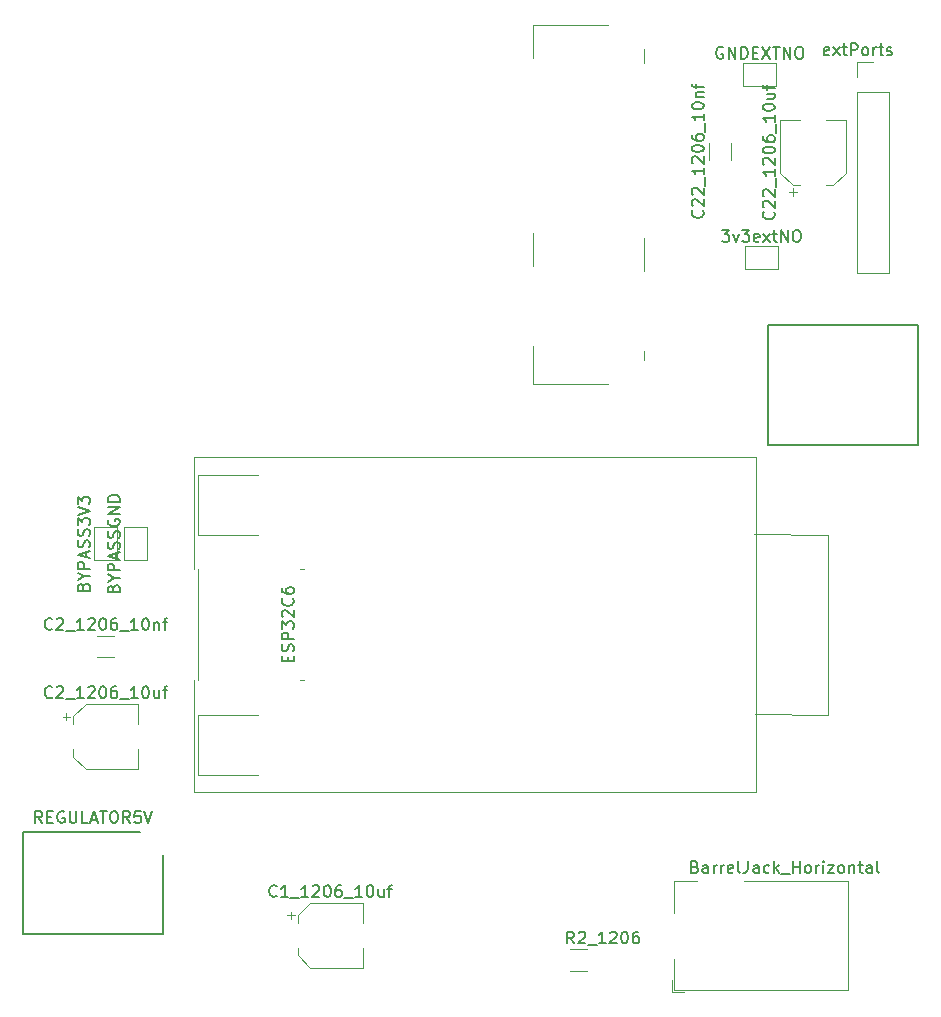
<source format=gbr>
%TF.GenerationSoftware,KiCad,Pcbnew,9.0.0-9.0.0-2~ubuntu24.04.1*%
%TF.CreationDate,2025-04-06T07:01:26+03:00*%
%TF.ProjectId,InterfaceBoard_Gateway,496e7465-7266-4616-9365-426f6172645f,rev?*%
%TF.SameCoordinates,Original*%
%TF.FileFunction,Legend,Top*%
%TF.FilePolarity,Positive*%
%FSLAX46Y46*%
G04 Gerber Fmt 4.6, Leading zero omitted, Abs format (unit mm)*
G04 Created by KiCad (PCBNEW 9.0.0-9.0.0-2~ubuntu24.04.1) date 2025-04-06 07:01:26*
%MOMM*%
%LPD*%
G01*
G04 APERTURE LIST*
%ADD10C,0.200000*%
%ADD11C,0.150000*%
%ADD12C,0.120000*%
%ADD13C,0.100000*%
G04 APERTURE END LIST*
D10*
X177800000Y-96520000D02*
X190500000Y-96520000D01*
X190500000Y-106680000D01*
X177800000Y-106680000D01*
X177800000Y-96520000D01*
D11*
X182967618Y-73677200D02*
X182872380Y-73724819D01*
X182872380Y-73724819D02*
X182681904Y-73724819D01*
X182681904Y-73724819D02*
X182586666Y-73677200D01*
X182586666Y-73677200D02*
X182539047Y-73581961D01*
X182539047Y-73581961D02*
X182539047Y-73201009D01*
X182539047Y-73201009D02*
X182586666Y-73105771D01*
X182586666Y-73105771D02*
X182681904Y-73058152D01*
X182681904Y-73058152D02*
X182872380Y-73058152D01*
X182872380Y-73058152D02*
X182967618Y-73105771D01*
X182967618Y-73105771D02*
X183015237Y-73201009D01*
X183015237Y-73201009D02*
X183015237Y-73296247D01*
X183015237Y-73296247D02*
X182539047Y-73391485D01*
X183348571Y-73724819D02*
X183872380Y-73058152D01*
X183348571Y-73058152D02*
X183872380Y-73724819D01*
X184110476Y-73058152D02*
X184491428Y-73058152D01*
X184253333Y-72724819D02*
X184253333Y-73581961D01*
X184253333Y-73581961D02*
X184300952Y-73677200D01*
X184300952Y-73677200D02*
X184396190Y-73724819D01*
X184396190Y-73724819D02*
X184491428Y-73724819D01*
X184824762Y-73724819D02*
X184824762Y-72724819D01*
X184824762Y-72724819D02*
X185205714Y-72724819D01*
X185205714Y-72724819D02*
X185300952Y-72772438D01*
X185300952Y-72772438D02*
X185348571Y-72820057D01*
X185348571Y-72820057D02*
X185396190Y-72915295D01*
X185396190Y-72915295D02*
X185396190Y-73058152D01*
X185396190Y-73058152D02*
X185348571Y-73153390D01*
X185348571Y-73153390D02*
X185300952Y-73201009D01*
X185300952Y-73201009D02*
X185205714Y-73248628D01*
X185205714Y-73248628D02*
X184824762Y-73248628D01*
X185967619Y-73724819D02*
X185872381Y-73677200D01*
X185872381Y-73677200D02*
X185824762Y-73629580D01*
X185824762Y-73629580D02*
X185777143Y-73534342D01*
X185777143Y-73534342D02*
X185777143Y-73248628D01*
X185777143Y-73248628D02*
X185824762Y-73153390D01*
X185824762Y-73153390D02*
X185872381Y-73105771D01*
X185872381Y-73105771D02*
X185967619Y-73058152D01*
X185967619Y-73058152D02*
X186110476Y-73058152D01*
X186110476Y-73058152D02*
X186205714Y-73105771D01*
X186205714Y-73105771D02*
X186253333Y-73153390D01*
X186253333Y-73153390D02*
X186300952Y-73248628D01*
X186300952Y-73248628D02*
X186300952Y-73534342D01*
X186300952Y-73534342D02*
X186253333Y-73629580D01*
X186253333Y-73629580D02*
X186205714Y-73677200D01*
X186205714Y-73677200D02*
X186110476Y-73724819D01*
X186110476Y-73724819D02*
X185967619Y-73724819D01*
X186729524Y-73724819D02*
X186729524Y-73058152D01*
X186729524Y-73248628D02*
X186777143Y-73153390D01*
X186777143Y-73153390D02*
X186824762Y-73105771D01*
X186824762Y-73105771D02*
X186920000Y-73058152D01*
X186920000Y-73058152D02*
X187015238Y-73058152D01*
X187205715Y-73058152D02*
X187586667Y-73058152D01*
X187348572Y-72724819D02*
X187348572Y-73581961D01*
X187348572Y-73581961D02*
X187396191Y-73677200D01*
X187396191Y-73677200D02*
X187491429Y-73724819D01*
X187491429Y-73724819D02*
X187586667Y-73724819D01*
X187872382Y-73677200D02*
X187967620Y-73724819D01*
X187967620Y-73724819D02*
X188158096Y-73724819D01*
X188158096Y-73724819D02*
X188253334Y-73677200D01*
X188253334Y-73677200D02*
X188300953Y-73581961D01*
X188300953Y-73581961D02*
X188300953Y-73534342D01*
X188300953Y-73534342D02*
X188253334Y-73439104D01*
X188253334Y-73439104D02*
X188158096Y-73391485D01*
X188158096Y-73391485D02*
X188015239Y-73391485D01*
X188015239Y-73391485D02*
X187920001Y-73343866D01*
X187920001Y-73343866D02*
X187872382Y-73248628D01*
X187872382Y-73248628D02*
X187872382Y-73201009D01*
X187872382Y-73201009D02*
X187920001Y-73105771D01*
X187920001Y-73105771D02*
X188015239Y-73058152D01*
X188015239Y-73058152D02*
X188158096Y-73058152D01*
X188158096Y-73058152D02*
X188253334Y-73105771D01*
X122391009Y-118851904D02*
X122438628Y-118709047D01*
X122438628Y-118709047D02*
X122486247Y-118661428D01*
X122486247Y-118661428D02*
X122581485Y-118613809D01*
X122581485Y-118613809D02*
X122724342Y-118613809D01*
X122724342Y-118613809D02*
X122819580Y-118661428D01*
X122819580Y-118661428D02*
X122867200Y-118709047D01*
X122867200Y-118709047D02*
X122914819Y-118804285D01*
X122914819Y-118804285D02*
X122914819Y-119185237D01*
X122914819Y-119185237D02*
X121914819Y-119185237D01*
X121914819Y-119185237D02*
X121914819Y-118851904D01*
X121914819Y-118851904D02*
X121962438Y-118756666D01*
X121962438Y-118756666D02*
X122010057Y-118709047D01*
X122010057Y-118709047D02*
X122105295Y-118661428D01*
X122105295Y-118661428D02*
X122200533Y-118661428D01*
X122200533Y-118661428D02*
X122295771Y-118709047D01*
X122295771Y-118709047D02*
X122343390Y-118756666D01*
X122343390Y-118756666D02*
X122391009Y-118851904D01*
X122391009Y-118851904D02*
X122391009Y-119185237D01*
X122438628Y-117994761D02*
X122914819Y-117994761D01*
X121914819Y-118328094D02*
X122438628Y-117994761D01*
X122438628Y-117994761D02*
X121914819Y-117661428D01*
X122914819Y-117328094D02*
X121914819Y-117328094D01*
X121914819Y-117328094D02*
X121914819Y-116947142D01*
X121914819Y-116947142D02*
X121962438Y-116851904D01*
X121962438Y-116851904D02*
X122010057Y-116804285D01*
X122010057Y-116804285D02*
X122105295Y-116756666D01*
X122105295Y-116756666D02*
X122248152Y-116756666D01*
X122248152Y-116756666D02*
X122343390Y-116804285D01*
X122343390Y-116804285D02*
X122391009Y-116851904D01*
X122391009Y-116851904D02*
X122438628Y-116947142D01*
X122438628Y-116947142D02*
X122438628Y-117328094D01*
X122629104Y-116375713D02*
X122629104Y-115899523D01*
X122914819Y-116470951D02*
X121914819Y-116137618D01*
X121914819Y-116137618D02*
X122914819Y-115804285D01*
X122867200Y-115518570D02*
X122914819Y-115375713D01*
X122914819Y-115375713D02*
X122914819Y-115137618D01*
X122914819Y-115137618D02*
X122867200Y-115042380D01*
X122867200Y-115042380D02*
X122819580Y-114994761D01*
X122819580Y-114994761D02*
X122724342Y-114947142D01*
X122724342Y-114947142D02*
X122629104Y-114947142D01*
X122629104Y-114947142D02*
X122533866Y-114994761D01*
X122533866Y-114994761D02*
X122486247Y-115042380D01*
X122486247Y-115042380D02*
X122438628Y-115137618D01*
X122438628Y-115137618D02*
X122391009Y-115328094D01*
X122391009Y-115328094D02*
X122343390Y-115423332D01*
X122343390Y-115423332D02*
X122295771Y-115470951D01*
X122295771Y-115470951D02*
X122200533Y-115518570D01*
X122200533Y-115518570D02*
X122105295Y-115518570D01*
X122105295Y-115518570D02*
X122010057Y-115470951D01*
X122010057Y-115470951D02*
X121962438Y-115423332D01*
X121962438Y-115423332D02*
X121914819Y-115328094D01*
X121914819Y-115328094D02*
X121914819Y-115089999D01*
X121914819Y-115089999D02*
X121962438Y-114947142D01*
X122867200Y-114566189D02*
X122914819Y-114423332D01*
X122914819Y-114423332D02*
X122914819Y-114185237D01*
X122914819Y-114185237D02*
X122867200Y-114089999D01*
X122867200Y-114089999D02*
X122819580Y-114042380D01*
X122819580Y-114042380D02*
X122724342Y-113994761D01*
X122724342Y-113994761D02*
X122629104Y-113994761D01*
X122629104Y-113994761D02*
X122533866Y-114042380D01*
X122533866Y-114042380D02*
X122486247Y-114089999D01*
X122486247Y-114089999D02*
X122438628Y-114185237D01*
X122438628Y-114185237D02*
X122391009Y-114375713D01*
X122391009Y-114375713D02*
X122343390Y-114470951D01*
X122343390Y-114470951D02*
X122295771Y-114518570D01*
X122295771Y-114518570D02*
X122200533Y-114566189D01*
X122200533Y-114566189D02*
X122105295Y-114566189D01*
X122105295Y-114566189D02*
X122010057Y-114518570D01*
X122010057Y-114518570D02*
X121962438Y-114470951D01*
X121962438Y-114470951D02*
X121914819Y-114375713D01*
X121914819Y-114375713D02*
X121914819Y-114137618D01*
X121914819Y-114137618D02*
X121962438Y-113994761D01*
X121962438Y-113042380D02*
X121914819Y-113137618D01*
X121914819Y-113137618D02*
X121914819Y-113280475D01*
X121914819Y-113280475D02*
X121962438Y-113423332D01*
X121962438Y-113423332D02*
X122057676Y-113518570D01*
X122057676Y-113518570D02*
X122152914Y-113566189D01*
X122152914Y-113566189D02*
X122343390Y-113613808D01*
X122343390Y-113613808D02*
X122486247Y-113613808D01*
X122486247Y-113613808D02*
X122676723Y-113566189D01*
X122676723Y-113566189D02*
X122771961Y-113518570D01*
X122771961Y-113518570D02*
X122867200Y-113423332D01*
X122867200Y-113423332D02*
X122914819Y-113280475D01*
X122914819Y-113280475D02*
X122914819Y-113185237D01*
X122914819Y-113185237D02*
X122867200Y-113042380D01*
X122867200Y-113042380D02*
X122819580Y-112994761D01*
X122819580Y-112994761D02*
X122486247Y-112994761D01*
X122486247Y-112994761D02*
X122486247Y-113185237D01*
X122914819Y-112566189D02*
X121914819Y-112566189D01*
X121914819Y-112566189D02*
X122914819Y-111994761D01*
X122914819Y-111994761D02*
X121914819Y-111994761D01*
X122914819Y-111518570D02*
X121914819Y-111518570D01*
X121914819Y-111518570D02*
X121914819Y-111280475D01*
X121914819Y-111280475D02*
X121962438Y-111137618D01*
X121962438Y-111137618D02*
X122057676Y-111042380D01*
X122057676Y-111042380D02*
X122152914Y-110994761D01*
X122152914Y-110994761D02*
X122343390Y-110947142D01*
X122343390Y-110947142D02*
X122486247Y-110947142D01*
X122486247Y-110947142D02*
X122676723Y-110994761D01*
X122676723Y-110994761D02*
X122771961Y-111042380D01*
X122771961Y-111042380D02*
X122867200Y-111137618D01*
X122867200Y-111137618D02*
X122914819Y-111280475D01*
X122914819Y-111280475D02*
X122914819Y-111518570D01*
X171638569Y-142421009D02*
X171781426Y-142468628D01*
X171781426Y-142468628D02*
X171829045Y-142516247D01*
X171829045Y-142516247D02*
X171876664Y-142611485D01*
X171876664Y-142611485D02*
X171876664Y-142754342D01*
X171876664Y-142754342D02*
X171829045Y-142849580D01*
X171829045Y-142849580D02*
X171781426Y-142897200D01*
X171781426Y-142897200D02*
X171686188Y-142944819D01*
X171686188Y-142944819D02*
X171305236Y-142944819D01*
X171305236Y-142944819D02*
X171305236Y-141944819D01*
X171305236Y-141944819D02*
X171638569Y-141944819D01*
X171638569Y-141944819D02*
X171733807Y-141992438D01*
X171733807Y-141992438D02*
X171781426Y-142040057D01*
X171781426Y-142040057D02*
X171829045Y-142135295D01*
X171829045Y-142135295D02*
X171829045Y-142230533D01*
X171829045Y-142230533D02*
X171781426Y-142325771D01*
X171781426Y-142325771D02*
X171733807Y-142373390D01*
X171733807Y-142373390D02*
X171638569Y-142421009D01*
X171638569Y-142421009D02*
X171305236Y-142421009D01*
X172733807Y-142944819D02*
X172733807Y-142421009D01*
X172733807Y-142421009D02*
X172686188Y-142325771D01*
X172686188Y-142325771D02*
X172590950Y-142278152D01*
X172590950Y-142278152D02*
X172400474Y-142278152D01*
X172400474Y-142278152D02*
X172305236Y-142325771D01*
X172733807Y-142897200D02*
X172638569Y-142944819D01*
X172638569Y-142944819D02*
X172400474Y-142944819D01*
X172400474Y-142944819D02*
X172305236Y-142897200D01*
X172305236Y-142897200D02*
X172257617Y-142801961D01*
X172257617Y-142801961D02*
X172257617Y-142706723D01*
X172257617Y-142706723D02*
X172305236Y-142611485D01*
X172305236Y-142611485D02*
X172400474Y-142563866D01*
X172400474Y-142563866D02*
X172638569Y-142563866D01*
X172638569Y-142563866D02*
X172733807Y-142516247D01*
X173209998Y-142944819D02*
X173209998Y-142278152D01*
X173209998Y-142468628D02*
X173257617Y-142373390D01*
X173257617Y-142373390D02*
X173305236Y-142325771D01*
X173305236Y-142325771D02*
X173400474Y-142278152D01*
X173400474Y-142278152D02*
X173495712Y-142278152D01*
X173829046Y-142944819D02*
X173829046Y-142278152D01*
X173829046Y-142468628D02*
X173876665Y-142373390D01*
X173876665Y-142373390D02*
X173924284Y-142325771D01*
X173924284Y-142325771D02*
X174019522Y-142278152D01*
X174019522Y-142278152D02*
X174114760Y-142278152D01*
X174829046Y-142897200D02*
X174733808Y-142944819D01*
X174733808Y-142944819D02*
X174543332Y-142944819D01*
X174543332Y-142944819D02*
X174448094Y-142897200D01*
X174448094Y-142897200D02*
X174400475Y-142801961D01*
X174400475Y-142801961D02*
X174400475Y-142421009D01*
X174400475Y-142421009D02*
X174448094Y-142325771D01*
X174448094Y-142325771D02*
X174543332Y-142278152D01*
X174543332Y-142278152D02*
X174733808Y-142278152D01*
X174733808Y-142278152D02*
X174829046Y-142325771D01*
X174829046Y-142325771D02*
X174876665Y-142421009D01*
X174876665Y-142421009D02*
X174876665Y-142516247D01*
X174876665Y-142516247D02*
X174400475Y-142611485D01*
X175448094Y-142944819D02*
X175352856Y-142897200D01*
X175352856Y-142897200D02*
X175305237Y-142801961D01*
X175305237Y-142801961D02*
X175305237Y-141944819D01*
X176114761Y-141944819D02*
X176114761Y-142659104D01*
X176114761Y-142659104D02*
X176067142Y-142801961D01*
X176067142Y-142801961D02*
X175971904Y-142897200D01*
X175971904Y-142897200D02*
X175829047Y-142944819D01*
X175829047Y-142944819D02*
X175733809Y-142944819D01*
X177019523Y-142944819D02*
X177019523Y-142421009D01*
X177019523Y-142421009D02*
X176971904Y-142325771D01*
X176971904Y-142325771D02*
X176876666Y-142278152D01*
X176876666Y-142278152D02*
X176686190Y-142278152D01*
X176686190Y-142278152D02*
X176590952Y-142325771D01*
X177019523Y-142897200D02*
X176924285Y-142944819D01*
X176924285Y-142944819D02*
X176686190Y-142944819D01*
X176686190Y-142944819D02*
X176590952Y-142897200D01*
X176590952Y-142897200D02*
X176543333Y-142801961D01*
X176543333Y-142801961D02*
X176543333Y-142706723D01*
X176543333Y-142706723D02*
X176590952Y-142611485D01*
X176590952Y-142611485D02*
X176686190Y-142563866D01*
X176686190Y-142563866D02*
X176924285Y-142563866D01*
X176924285Y-142563866D02*
X177019523Y-142516247D01*
X177924285Y-142897200D02*
X177829047Y-142944819D01*
X177829047Y-142944819D02*
X177638571Y-142944819D01*
X177638571Y-142944819D02*
X177543333Y-142897200D01*
X177543333Y-142897200D02*
X177495714Y-142849580D01*
X177495714Y-142849580D02*
X177448095Y-142754342D01*
X177448095Y-142754342D02*
X177448095Y-142468628D01*
X177448095Y-142468628D02*
X177495714Y-142373390D01*
X177495714Y-142373390D02*
X177543333Y-142325771D01*
X177543333Y-142325771D02*
X177638571Y-142278152D01*
X177638571Y-142278152D02*
X177829047Y-142278152D01*
X177829047Y-142278152D02*
X177924285Y-142325771D01*
X178352857Y-142944819D02*
X178352857Y-141944819D01*
X178448095Y-142563866D02*
X178733809Y-142944819D01*
X178733809Y-142278152D02*
X178352857Y-142659104D01*
X178924286Y-143040057D02*
X179686190Y-143040057D01*
X179924286Y-142944819D02*
X179924286Y-141944819D01*
X179924286Y-142421009D02*
X180495714Y-142421009D01*
X180495714Y-142944819D02*
X180495714Y-141944819D01*
X181114762Y-142944819D02*
X181019524Y-142897200D01*
X181019524Y-142897200D02*
X180971905Y-142849580D01*
X180971905Y-142849580D02*
X180924286Y-142754342D01*
X180924286Y-142754342D02*
X180924286Y-142468628D01*
X180924286Y-142468628D02*
X180971905Y-142373390D01*
X180971905Y-142373390D02*
X181019524Y-142325771D01*
X181019524Y-142325771D02*
X181114762Y-142278152D01*
X181114762Y-142278152D02*
X181257619Y-142278152D01*
X181257619Y-142278152D02*
X181352857Y-142325771D01*
X181352857Y-142325771D02*
X181400476Y-142373390D01*
X181400476Y-142373390D02*
X181448095Y-142468628D01*
X181448095Y-142468628D02*
X181448095Y-142754342D01*
X181448095Y-142754342D02*
X181400476Y-142849580D01*
X181400476Y-142849580D02*
X181352857Y-142897200D01*
X181352857Y-142897200D02*
X181257619Y-142944819D01*
X181257619Y-142944819D02*
X181114762Y-142944819D01*
X181876667Y-142944819D02*
X181876667Y-142278152D01*
X181876667Y-142468628D02*
X181924286Y-142373390D01*
X181924286Y-142373390D02*
X181971905Y-142325771D01*
X181971905Y-142325771D02*
X182067143Y-142278152D01*
X182067143Y-142278152D02*
X182162381Y-142278152D01*
X182495715Y-142944819D02*
X182495715Y-142278152D01*
X182495715Y-141944819D02*
X182448096Y-141992438D01*
X182448096Y-141992438D02*
X182495715Y-142040057D01*
X182495715Y-142040057D02*
X182543334Y-141992438D01*
X182543334Y-141992438D02*
X182495715Y-141944819D01*
X182495715Y-141944819D02*
X182495715Y-142040057D01*
X182876667Y-142278152D02*
X183400476Y-142278152D01*
X183400476Y-142278152D02*
X182876667Y-142944819D01*
X182876667Y-142944819D02*
X183400476Y-142944819D01*
X183924286Y-142944819D02*
X183829048Y-142897200D01*
X183829048Y-142897200D02*
X183781429Y-142849580D01*
X183781429Y-142849580D02*
X183733810Y-142754342D01*
X183733810Y-142754342D02*
X183733810Y-142468628D01*
X183733810Y-142468628D02*
X183781429Y-142373390D01*
X183781429Y-142373390D02*
X183829048Y-142325771D01*
X183829048Y-142325771D02*
X183924286Y-142278152D01*
X183924286Y-142278152D02*
X184067143Y-142278152D01*
X184067143Y-142278152D02*
X184162381Y-142325771D01*
X184162381Y-142325771D02*
X184210000Y-142373390D01*
X184210000Y-142373390D02*
X184257619Y-142468628D01*
X184257619Y-142468628D02*
X184257619Y-142754342D01*
X184257619Y-142754342D02*
X184210000Y-142849580D01*
X184210000Y-142849580D02*
X184162381Y-142897200D01*
X184162381Y-142897200D02*
X184067143Y-142944819D01*
X184067143Y-142944819D02*
X183924286Y-142944819D01*
X184686191Y-142278152D02*
X184686191Y-142944819D01*
X184686191Y-142373390D02*
X184733810Y-142325771D01*
X184733810Y-142325771D02*
X184829048Y-142278152D01*
X184829048Y-142278152D02*
X184971905Y-142278152D01*
X184971905Y-142278152D02*
X185067143Y-142325771D01*
X185067143Y-142325771D02*
X185114762Y-142421009D01*
X185114762Y-142421009D02*
X185114762Y-142944819D01*
X185448096Y-142278152D02*
X185829048Y-142278152D01*
X185590953Y-141944819D02*
X185590953Y-142801961D01*
X185590953Y-142801961D02*
X185638572Y-142897200D01*
X185638572Y-142897200D02*
X185733810Y-142944819D01*
X185733810Y-142944819D02*
X185829048Y-142944819D01*
X186590953Y-142944819D02*
X186590953Y-142421009D01*
X186590953Y-142421009D02*
X186543334Y-142325771D01*
X186543334Y-142325771D02*
X186448096Y-142278152D01*
X186448096Y-142278152D02*
X186257620Y-142278152D01*
X186257620Y-142278152D02*
X186162382Y-142325771D01*
X186590953Y-142897200D02*
X186495715Y-142944819D01*
X186495715Y-142944819D02*
X186257620Y-142944819D01*
X186257620Y-142944819D02*
X186162382Y-142897200D01*
X186162382Y-142897200D02*
X186114763Y-142801961D01*
X186114763Y-142801961D02*
X186114763Y-142706723D01*
X186114763Y-142706723D02*
X186162382Y-142611485D01*
X186162382Y-142611485D02*
X186257620Y-142563866D01*
X186257620Y-142563866D02*
X186495715Y-142563866D01*
X186495715Y-142563866D02*
X186590953Y-142516247D01*
X187210001Y-142944819D02*
X187114763Y-142897200D01*
X187114763Y-142897200D02*
X187067144Y-142801961D01*
X187067144Y-142801961D02*
X187067144Y-141944819D01*
X173990952Y-73062438D02*
X173895714Y-73014819D01*
X173895714Y-73014819D02*
X173752857Y-73014819D01*
X173752857Y-73014819D02*
X173610000Y-73062438D01*
X173610000Y-73062438D02*
X173514762Y-73157676D01*
X173514762Y-73157676D02*
X173467143Y-73252914D01*
X173467143Y-73252914D02*
X173419524Y-73443390D01*
X173419524Y-73443390D02*
X173419524Y-73586247D01*
X173419524Y-73586247D02*
X173467143Y-73776723D01*
X173467143Y-73776723D02*
X173514762Y-73871961D01*
X173514762Y-73871961D02*
X173610000Y-73967200D01*
X173610000Y-73967200D02*
X173752857Y-74014819D01*
X173752857Y-74014819D02*
X173848095Y-74014819D01*
X173848095Y-74014819D02*
X173990952Y-73967200D01*
X173990952Y-73967200D02*
X174038571Y-73919580D01*
X174038571Y-73919580D02*
X174038571Y-73586247D01*
X174038571Y-73586247D02*
X173848095Y-73586247D01*
X174467143Y-74014819D02*
X174467143Y-73014819D01*
X174467143Y-73014819D02*
X175038571Y-74014819D01*
X175038571Y-74014819D02*
X175038571Y-73014819D01*
X175514762Y-74014819D02*
X175514762Y-73014819D01*
X175514762Y-73014819D02*
X175752857Y-73014819D01*
X175752857Y-73014819D02*
X175895714Y-73062438D01*
X175895714Y-73062438D02*
X175990952Y-73157676D01*
X175990952Y-73157676D02*
X176038571Y-73252914D01*
X176038571Y-73252914D02*
X176086190Y-73443390D01*
X176086190Y-73443390D02*
X176086190Y-73586247D01*
X176086190Y-73586247D02*
X176038571Y-73776723D01*
X176038571Y-73776723D02*
X175990952Y-73871961D01*
X175990952Y-73871961D02*
X175895714Y-73967200D01*
X175895714Y-73967200D02*
X175752857Y-74014819D01*
X175752857Y-74014819D02*
X175514762Y-74014819D01*
X176514762Y-73491009D02*
X176848095Y-73491009D01*
X176990952Y-74014819D02*
X176514762Y-74014819D01*
X176514762Y-74014819D02*
X176514762Y-73014819D01*
X176514762Y-73014819D02*
X176990952Y-73014819D01*
X177324286Y-73014819D02*
X177990952Y-74014819D01*
X177990952Y-73014819D02*
X177324286Y-74014819D01*
X178229048Y-73014819D02*
X178800476Y-73014819D01*
X178514762Y-74014819D02*
X178514762Y-73014819D01*
X179133810Y-74014819D02*
X179133810Y-73014819D01*
X179133810Y-73014819D02*
X179705238Y-74014819D01*
X179705238Y-74014819D02*
X179705238Y-73014819D01*
X180371905Y-73014819D02*
X180562381Y-73014819D01*
X180562381Y-73014819D02*
X180657619Y-73062438D01*
X180657619Y-73062438D02*
X180752857Y-73157676D01*
X180752857Y-73157676D02*
X180800476Y-73348152D01*
X180800476Y-73348152D02*
X180800476Y-73681485D01*
X180800476Y-73681485D02*
X180752857Y-73871961D01*
X180752857Y-73871961D02*
X180657619Y-73967200D01*
X180657619Y-73967200D02*
X180562381Y-74014819D01*
X180562381Y-74014819D02*
X180371905Y-74014819D01*
X180371905Y-74014819D02*
X180276667Y-73967200D01*
X180276667Y-73967200D02*
X180181429Y-73871961D01*
X180181429Y-73871961D02*
X180133810Y-73681485D01*
X180133810Y-73681485D02*
X180133810Y-73348152D01*
X180133810Y-73348152D02*
X180181429Y-73157676D01*
X180181429Y-73157676D02*
X180276667Y-73062438D01*
X180276667Y-73062438D02*
X180371905Y-73014819D01*
X173902857Y-88514819D02*
X174521904Y-88514819D01*
X174521904Y-88514819D02*
X174188571Y-88895771D01*
X174188571Y-88895771D02*
X174331428Y-88895771D01*
X174331428Y-88895771D02*
X174426666Y-88943390D01*
X174426666Y-88943390D02*
X174474285Y-88991009D01*
X174474285Y-88991009D02*
X174521904Y-89086247D01*
X174521904Y-89086247D02*
X174521904Y-89324342D01*
X174521904Y-89324342D02*
X174474285Y-89419580D01*
X174474285Y-89419580D02*
X174426666Y-89467200D01*
X174426666Y-89467200D02*
X174331428Y-89514819D01*
X174331428Y-89514819D02*
X174045714Y-89514819D01*
X174045714Y-89514819D02*
X173950476Y-89467200D01*
X173950476Y-89467200D02*
X173902857Y-89419580D01*
X174855238Y-88848152D02*
X175093333Y-89514819D01*
X175093333Y-89514819D02*
X175331428Y-88848152D01*
X175617143Y-88514819D02*
X176236190Y-88514819D01*
X176236190Y-88514819D02*
X175902857Y-88895771D01*
X175902857Y-88895771D02*
X176045714Y-88895771D01*
X176045714Y-88895771D02*
X176140952Y-88943390D01*
X176140952Y-88943390D02*
X176188571Y-88991009D01*
X176188571Y-88991009D02*
X176236190Y-89086247D01*
X176236190Y-89086247D02*
X176236190Y-89324342D01*
X176236190Y-89324342D02*
X176188571Y-89419580D01*
X176188571Y-89419580D02*
X176140952Y-89467200D01*
X176140952Y-89467200D02*
X176045714Y-89514819D01*
X176045714Y-89514819D02*
X175760000Y-89514819D01*
X175760000Y-89514819D02*
X175664762Y-89467200D01*
X175664762Y-89467200D02*
X175617143Y-89419580D01*
X177045714Y-89467200D02*
X176950476Y-89514819D01*
X176950476Y-89514819D02*
X176760000Y-89514819D01*
X176760000Y-89514819D02*
X176664762Y-89467200D01*
X176664762Y-89467200D02*
X176617143Y-89371961D01*
X176617143Y-89371961D02*
X176617143Y-88991009D01*
X176617143Y-88991009D02*
X176664762Y-88895771D01*
X176664762Y-88895771D02*
X176760000Y-88848152D01*
X176760000Y-88848152D02*
X176950476Y-88848152D01*
X176950476Y-88848152D02*
X177045714Y-88895771D01*
X177045714Y-88895771D02*
X177093333Y-88991009D01*
X177093333Y-88991009D02*
X177093333Y-89086247D01*
X177093333Y-89086247D02*
X176617143Y-89181485D01*
X177426667Y-89514819D02*
X177950476Y-88848152D01*
X177426667Y-88848152D02*
X177950476Y-89514819D01*
X178188572Y-88848152D02*
X178569524Y-88848152D01*
X178331429Y-88514819D02*
X178331429Y-89371961D01*
X178331429Y-89371961D02*
X178379048Y-89467200D01*
X178379048Y-89467200D02*
X178474286Y-89514819D01*
X178474286Y-89514819D02*
X178569524Y-89514819D01*
X178902858Y-89514819D02*
X178902858Y-88514819D01*
X178902858Y-88514819D02*
X179474286Y-89514819D01*
X179474286Y-89514819D02*
X179474286Y-88514819D01*
X180140953Y-88514819D02*
X180331429Y-88514819D01*
X180331429Y-88514819D02*
X180426667Y-88562438D01*
X180426667Y-88562438D02*
X180521905Y-88657676D01*
X180521905Y-88657676D02*
X180569524Y-88848152D01*
X180569524Y-88848152D02*
X180569524Y-89181485D01*
X180569524Y-89181485D02*
X180521905Y-89371961D01*
X180521905Y-89371961D02*
X180426667Y-89467200D01*
X180426667Y-89467200D02*
X180331429Y-89514819D01*
X180331429Y-89514819D02*
X180140953Y-89514819D01*
X180140953Y-89514819D02*
X180045715Y-89467200D01*
X180045715Y-89467200D02*
X179950477Y-89371961D01*
X179950477Y-89371961D02*
X179902858Y-89181485D01*
X179902858Y-89181485D02*
X179902858Y-88848152D01*
X179902858Y-88848152D02*
X179950477Y-88657676D01*
X179950477Y-88657676D02*
X180045715Y-88562438D01*
X180045715Y-88562438D02*
X180140953Y-88514819D01*
X172269580Y-86860000D02*
X172317200Y-86907619D01*
X172317200Y-86907619D02*
X172364819Y-87050476D01*
X172364819Y-87050476D02*
X172364819Y-87145714D01*
X172364819Y-87145714D02*
X172317200Y-87288571D01*
X172317200Y-87288571D02*
X172221961Y-87383809D01*
X172221961Y-87383809D02*
X172126723Y-87431428D01*
X172126723Y-87431428D02*
X171936247Y-87479047D01*
X171936247Y-87479047D02*
X171793390Y-87479047D01*
X171793390Y-87479047D02*
X171602914Y-87431428D01*
X171602914Y-87431428D02*
X171507676Y-87383809D01*
X171507676Y-87383809D02*
X171412438Y-87288571D01*
X171412438Y-87288571D02*
X171364819Y-87145714D01*
X171364819Y-87145714D02*
X171364819Y-87050476D01*
X171364819Y-87050476D02*
X171412438Y-86907619D01*
X171412438Y-86907619D02*
X171460057Y-86860000D01*
X171460057Y-86479047D02*
X171412438Y-86431428D01*
X171412438Y-86431428D02*
X171364819Y-86336190D01*
X171364819Y-86336190D02*
X171364819Y-86098095D01*
X171364819Y-86098095D02*
X171412438Y-86002857D01*
X171412438Y-86002857D02*
X171460057Y-85955238D01*
X171460057Y-85955238D02*
X171555295Y-85907619D01*
X171555295Y-85907619D02*
X171650533Y-85907619D01*
X171650533Y-85907619D02*
X171793390Y-85955238D01*
X171793390Y-85955238D02*
X172364819Y-86526666D01*
X172364819Y-86526666D02*
X172364819Y-85907619D01*
X171460057Y-85526666D02*
X171412438Y-85479047D01*
X171412438Y-85479047D02*
X171364819Y-85383809D01*
X171364819Y-85383809D02*
X171364819Y-85145714D01*
X171364819Y-85145714D02*
X171412438Y-85050476D01*
X171412438Y-85050476D02*
X171460057Y-85002857D01*
X171460057Y-85002857D02*
X171555295Y-84955238D01*
X171555295Y-84955238D02*
X171650533Y-84955238D01*
X171650533Y-84955238D02*
X171793390Y-85002857D01*
X171793390Y-85002857D02*
X172364819Y-85574285D01*
X172364819Y-85574285D02*
X172364819Y-84955238D01*
X172460057Y-84764762D02*
X172460057Y-84002857D01*
X172364819Y-83240952D02*
X172364819Y-83812380D01*
X172364819Y-83526666D02*
X171364819Y-83526666D01*
X171364819Y-83526666D02*
X171507676Y-83621904D01*
X171507676Y-83621904D02*
X171602914Y-83717142D01*
X171602914Y-83717142D02*
X171650533Y-83812380D01*
X171460057Y-82859999D02*
X171412438Y-82812380D01*
X171412438Y-82812380D02*
X171364819Y-82717142D01*
X171364819Y-82717142D02*
X171364819Y-82479047D01*
X171364819Y-82479047D02*
X171412438Y-82383809D01*
X171412438Y-82383809D02*
X171460057Y-82336190D01*
X171460057Y-82336190D02*
X171555295Y-82288571D01*
X171555295Y-82288571D02*
X171650533Y-82288571D01*
X171650533Y-82288571D02*
X171793390Y-82336190D01*
X171793390Y-82336190D02*
X172364819Y-82907618D01*
X172364819Y-82907618D02*
X172364819Y-82288571D01*
X171364819Y-81669523D02*
X171364819Y-81574285D01*
X171364819Y-81574285D02*
X171412438Y-81479047D01*
X171412438Y-81479047D02*
X171460057Y-81431428D01*
X171460057Y-81431428D02*
X171555295Y-81383809D01*
X171555295Y-81383809D02*
X171745771Y-81336190D01*
X171745771Y-81336190D02*
X171983866Y-81336190D01*
X171983866Y-81336190D02*
X172174342Y-81383809D01*
X172174342Y-81383809D02*
X172269580Y-81431428D01*
X172269580Y-81431428D02*
X172317200Y-81479047D01*
X172317200Y-81479047D02*
X172364819Y-81574285D01*
X172364819Y-81574285D02*
X172364819Y-81669523D01*
X172364819Y-81669523D02*
X172317200Y-81764761D01*
X172317200Y-81764761D02*
X172269580Y-81812380D01*
X172269580Y-81812380D02*
X172174342Y-81859999D01*
X172174342Y-81859999D02*
X171983866Y-81907618D01*
X171983866Y-81907618D02*
X171745771Y-81907618D01*
X171745771Y-81907618D02*
X171555295Y-81859999D01*
X171555295Y-81859999D02*
X171460057Y-81812380D01*
X171460057Y-81812380D02*
X171412438Y-81764761D01*
X171412438Y-81764761D02*
X171364819Y-81669523D01*
X171364819Y-80479047D02*
X171364819Y-80669523D01*
X171364819Y-80669523D02*
X171412438Y-80764761D01*
X171412438Y-80764761D02*
X171460057Y-80812380D01*
X171460057Y-80812380D02*
X171602914Y-80907618D01*
X171602914Y-80907618D02*
X171793390Y-80955237D01*
X171793390Y-80955237D02*
X172174342Y-80955237D01*
X172174342Y-80955237D02*
X172269580Y-80907618D01*
X172269580Y-80907618D02*
X172317200Y-80859999D01*
X172317200Y-80859999D02*
X172364819Y-80764761D01*
X172364819Y-80764761D02*
X172364819Y-80574285D01*
X172364819Y-80574285D02*
X172317200Y-80479047D01*
X172317200Y-80479047D02*
X172269580Y-80431428D01*
X172269580Y-80431428D02*
X172174342Y-80383809D01*
X172174342Y-80383809D02*
X171936247Y-80383809D01*
X171936247Y-80383809D02*
X171841009Y-80431428D01*
X171841009Y-80431428D02*
X171793390Y-80479047D01*
X171793390Y-80479047D02*
X171745771Y-80574285D01*
X171745771Y-80574285D02*
X171745771Y-80764761D01*
X171745771Y-80764761D02*
X171793390Y-80859999D01*
X171793390Y-80859999D02*
X171841009Y-80907618D01*
X171841009Y-80907618D02*
X171936247Y-80955237D01*
X172460057Y-80193333D02*
X172460057Y-79431428D01*
X172364819Y-78669523D02*
X172364819Y-79240951D01*
X172364819Y-78955237D02*
X171364819Y-78955237D01*
X171364819Y-78955237D02*
X171507676Y-79050475D01*
X171507676Y-79050475D02*
X171602914Y-79145713D01*
X171602914Y-79145713D02*
X171650533Y-79240951D01*
X171364819Y-78050475D02*
X171364819Y-77955237D01*
X171364819Y-77955237D02*
X171412438Y-77859999D01*
X171412438Y-77859999D02*
X171460057Y-77812380D01*
X171460057Y-77812380D02*
X171555295Y-77764761D01*
X171555295Y-77764761D02*
X171745771Y-77717142D01*
X171745771Y-77717142D02*
X171983866Y-77717142D01*
X171983866Y-77717142D02*
X172174342Y-77764761D01*
X172174342Y-77764761D02*
X172269580Y-77812380D01*
X172269580Y-77812380D02*
X172317200Y-77859999D01*
X172317200Y-77859999D02*
X172364819Y-77955237D01*
X172364819Y-77955237D02*
X172364819Y-78050475D01*
X172364819Y-78050475D02*
X172317200Y-78145713D01*
X172317200Y-78145713D02*
X172269580Y-78193332D01*
X172269580Y-78193332D02*
X172174342Y-78240951D01*
X172174342Y-78240951D02*
X171983866Y-78288570D01*
X171983866Y-78288570D02*
X171745771Y-78288570D01*
X171745771Y-78288570D02*
X171555295Y-78240951D01*
X171555295Y-78240951D02*
X171460057Y-78193332D01*
X171460057Y-78193332D02*
X171412438Y-78145713D01*
X171412438Y-78145713D02*
X171364819Y-78050475D01*
X171698152Y-77288570D02*
X172364819Y-77288570D01*
X171793390Y-77288570D02*
X171745771Y-77240951D01*
X171745771Y-77240951D02*
X171698152Y-77145713D01*
X171698152Y-77145713D02*
X171698152Y-77002856D01*
X171698152Y-77002856D02*
X171745771Y-76907618D01*
X171745771Y-76907618D02*
X171841009Y-76859999D01*
X171841009Y-76859999D02*
X172364819Y-76859999D01*
X171698152Y-76526665D02*
X171698152Y-76145713D01*
X172364819Y-76383808D02*
X171507676Y-76383808D01*
X171507676Y-76383808D02*
X171412438Y-76336189D01*
X171412438Y-76336189D02*
X171364819Y-76240951D01*
X171364819Y-76240951D02*
X171364819Y-76145713D01*
X117201189Y-122289580D02*
X117153570Y-122337200D01*
X117153570Y-122337200D02*
X117010713Y-122384819D01*
X117010713Y-122384819D02*
X116915475Y-122384819D01*
X116915475Y-122384819D02*
X116772618Y-122337200D01*
X116772618Y-122337200D02*
X116677380Y-122241961D01*
X116677380Y-122241961D02*
X116629761Y-122146723D01*
X116629761Y-122146723D02*
X116582142Y-121956247D01*
X116582142Y-121956247D02*
X116582142Y-121813390D01*
X116582142Y-121813390D02*
X116629761Y-121622914D01*
X116629761Y-121622914D02*
X116677380Y-121527676D01*
X116677380Y-121527676D02*
X116772618Y-121432438D01*
X116772618Y-121432438D02*
X116915475Y-121384819D01*
X116915475Y-121384819D02*
X117010713Y-121384819D01*
X117010713Y-121384819D02*
X117153570Y-121432438D01*
X117153570Y-121432438D02*
X117201189Y-121480057D01*
X117582142Y-121480057D02*
X117629761Y-121432438D01*
X117629761Y-121432438D02*
X117724999Y-121384819D01*
X117724999Y-121384819D02*
X117963094Y-121384819D01*
X117963094Y-121384819D02*
X118058332Y-121432438D01*
X118058332Y-121432438D02*
X118105951Y-121480057D01*
X118105951Y-121480057D02*
X118153570Y-121575295D01*
X118153570Y-121575295D02*
X118153570Y-121670533D01*
X118153570Y-121670533D02*
X118105951Y-121813390D01*
X118105951Y-121813390D02*
X117534523Y-122384819D01*
X117534523Y-122384819D02*
X118153570Y-122384819D01*
X118344047Y-122480057D02*
X119105951Y-122480057D01*
X119867856Y-122384819D02*
X119296428Y-122384819D01*
X119582142Y-122384819D02*
X119582142Y-121384819D01*
X119582142Y-121384819D02*
X119486904Y-121527676D01*
X119486904Y-121527676D02*
X119391666Y-121622914D01*
X119391666Y-121622914D02*
X119296428Y-121670533D01*
X120248809Y-121480057D02*
X120296428Y-121432438D01*
X120296428Y-121432438D02*
X120391666Y-121384819D01*
X120391666Y-121384819D02*
X120629761Y-121384819D01*
X120629761Y-121384819D02*
X120724999Y-121432438D01*
X120724999Y-121432438D02*
X120772618Y-121480057D01*
X120772618Y-121480057D02*
X120820237Y-121575295D01*
X120820237Y-121575295D02*
X120820237Y-121670533D01*
X120820237Y-121670533D02*
X120772618Y-121813390D01*
X120772618Y-121813390D02*
X120201190Y-122384819D01*
X120201190Y-122384819D02*
X120820237Y-122384819D01*
X121439285Y-121384819D02*
X121534523Y-121384819D01*
X121534523Y-121384819D02*
X121629761Y-121432438D01*
X121629761Y-121432438D02*
X121677380Y-121480057D01*
X121677380Y-121480057D02*
X121724999Y-121575295D01*
X121724999Y-121575295D02*
X121772618Y-121765771D01*
X121772618Y-121765771D02*
X121772618Y-122003866D01*
X121772618Y-122003866D02*
X121724999Y-122194342D01*
X121724999Y-122194342D02*
X121677380Y-122289580D01*
X121677380Y-122289580D02*
X121629761Y-122337200D01*
X121629761Y-122337200D02*
X121534523Y-122384819D01*
X121534523Y-122384819D02*
X121439285Y-122384819D01*
X121439285Y-122384819D02*
X121344047Y-122337200D01*
X121344047Y-122337200D02*
X121296428Y-122289580D01*
X121296428Y-122289580D02*
X121248809Y-122194342D01*
X121248809Y-122194342D02*
X121201190Y-122003866D01*
X121201190Y-122003866D02*
X121201190Y-121765771D01*
X121201190Y-121765771D02*
X121248809Y-121575295D01*
X121248809Y-121575295D02*
X121296428Y-121480057D01*
X121296428Y-121480057D02*
X121344047Y-121432438D01*
X121344047Y-121432438D02*
X121439285Y-121384819D01*
X122629761Y-121384819D02*
X122439285Y-121384819D01*
X122439285Y-121384819D02*
X122344047Y-121432438D01*
X122344047Y-121432438D02*
X122296428Y-121480057D01*
X122296428Y-121480057D02*
X122201190Y-121622914D01*
X122201190Y-121622914D02*
X122153571Y-121813390D01*
X122153571Y-121813390D02*
X122153571Y-122194342D01*
X122153571Y-122194342D02*
X122201190Y-122289580D01*
X122201190Y-122289580D02*
X122248809Y-122337200D01*
X122248809Y-122337200D02*
X122344047Y-122384819D01*
X122344047Y-122384819D02*
X122534523Y-122384819D01*
X122534523Y-122384819D02*
X122629761Y-122337200D01*
X122629761Y-122337200D02*
X122677380Y-122289580D01*
X122677380Y-122289580D02*
X122724999Y-122194342D01*
X122724999Y-122194342D02*
X122724999Y-121956247D01*
X122724999Y-121956247D02*
X122677380Y-121861009D01*
X122677380Y-121861009D02*
X122629761Y-121813390D01*
X122629761Y-121813390D02*
X122534523Y-121765771D01*
X122534523Y-121765771D02*
X122344047Y-121765771D01*
X122344047Y-121765771D02*
X122248809Y-121813390D01*
X122248809Y-121813390D02*
X122201190Y-121861009D01*
X122201190Y-121861009D02*
X122153571Y-121956247D01*
X122915476Y-122480057D02*
X123677380Y-122480057D01*
X124439285Y-122384819D02*
X123867857Y-122384819D01*
X124153571Y-122384819D02*
X124153571Y-121384819D01*
X124153571Y-121384819D02*
X124058333Y-121527676D01*
X124058333Y-121527676D02*
X123963095Y-121622914D01*
X123963095Y-121622914D02*
X123867857Y-121670533D01*
X125058333Y-121384819D02*
X125153571Y-121384819D01*
X125153571Y-121384819D02*
X125248809Y-121432438D01*
X125248809Y-121432438D02*
X125296428Y-121480057D01*
X125296428Y-121480057D02*
X125344047Y-121575295D01*
X125344047Y-121575295D02*
X125391666Y-121765771D01*
X125391666Y-121765771D02*
X125391666Y-122003866D01*
X125391666Y-122003866D02*
X125344047Y-122194342D01*
X125344047Y-122194342D02*
X125296428Y-122289580D01*
X125296428Y-122289580D02*
X125248809Y-122337200D01*
X125248809Y-122337200D02*
X125153571Y-122384819D01*
X125153571Y-122384819D02*
X125058333Y-122384819D01*
X125058333Y-122384819D02*
X124963095Y-122337200D01*
X124963095Y-122337200D02*
X124915476Y-122289580D01*
X124915476Y-122289580D02*
X124867857Y-122194342D01*
X124867857Y-122194342D02*
X124820238Y-122003866D01*
X124820238Y-122003866D02*
X124820238Y-121765771D01*
X124820238Y-121765771D02*
X124867857Y-121575295D01*
X124867857Y-121575295D02*
X124915476Y-121480057D01*
X124915476Y-121480057D02*
X124963095Y-121432438D01*
X124963095Y-121432438D02*
X125058333Y-121384819D01*
X125820238Y-121718152D02*
X125820238Y-122384819D01*
X125820238Y-121813390D02*
X125867857Y-121765771D01*
X125867857Y-121765771D02*
X125963095Y-121718152D01*
X125963095Y-121718152D02*
X126105952Y-121718152D01*
X126105952Y-121718152D02*
X126201190Y-121765771D01*
X126201190Y-121765771D02*
X126248809Y-121861009D01*
X126248809Y-121861009D02*
X126248809Y-122384819D01*
X126582143Y-121718152D02*
X126963095Y-121718152D01*
X126725000Y-122384819D02*
X126725000Y-121527676D01*
X126725000Y-121527676D02*
X126772619Y-121432438D01*
X126772619Y-121432438D02*
X126867857Y-121384819D01*
X126867857Y-121384819D02*
X126963095Y-121384819D01*
X136211189Y-144899580D02*
X136163570Y-144947200D01*
X136163570Y-144947200D02*
X136020713Y-144994819D01*
X136020713Y-144994819D02*
X135925475Y-144994819D01*
X135925475Y-144994819D02*
X135782618Y-144947200D01*
X135782618Y-144947200D02*
X135687380Y-144851961D01*
X135687380Y-144851961D02*
X135639761Y-144756723D01*
X135639761Y-144756723D02*
X135592142Y-144566247D01*
X135592142Y-144566247D02*
X135592142Y-144423390D01*
X135592142Y-144423390D02*
X135639761Y-144232914D01*
X135639761Y-144232914D02*
X135687380Y-144137676D01*
X135687380Y-144137676D02*
X135782618Y-144042438D01*
X135782618Y-144042438D02*
X135925475Y-143994819D01*
X135925475Y-143994819D02*
X136020713Y-143994819D01*
X136020713Y-143994819D02*
X136163570Y-144042438D01*
X136163570Y-144042438D02*
X136211189Y-144090057D01*
X137163570Y-144994819D02*
X136592142Y-144994819D01*
X136877856Y-144994819D02*
X136877856Y-143994819D01*
X136877856Y-143994819D02*
X136782618Y-144137676D01*
X136782618Y-144137676D02*
X136687380Y-144232914D01*
X136687380Y-144232914D02*
X136592142Y-144280533D01*
X137354047Y-145090057D02*
X138115951Y-145090057D01*
X138877856Y-144994819D02*
X138306428Y-144994819D01*
X138592142Y-144994819D02*
X138592142Y-143994819D01*
X138592142Y-143994819D02*
X138496904Y-144137676D01*
X138496904Y-144137676D02*
X138401666Y-144232914D01*
X138401666Y-144232914D02*
X138306428Y-144280533D01*
X139258809Y-144090057D02*
X139306428Y-144042438D01*
X139306428Y-144042438D02*
X139401666Y-143994819D01*
X139401666Y-143994819D02*
X139639761Y-143994819D01*
X139639761Y-143994819D02*
X139734999Y-144042438D01*
X139734999Y-144042438D02*
X139782618Y-144090057D01*
X139782618Y-144090057D02*
X139830237Y-144185295D01*
X139830237Y-144185295D02*
X139830237Y-144280533D01*
X139830237Y-144280533D02*
X139782618Y-144423390D01*
X139782618Y-144423390D02*
X139211190Y-144994819D01*
X139211190Y-144994819D02*
X139830237Y-144994819D01*
X140449285Y-143994819D02*
X140544523Y-143994819D01*
X140544523Y-143994819D02*
X140639761Y-144042438D01*
X140639761Y-144042438D02*
X140687380Y-144090057D01*
X140687380Y-144090057D02*
X140734999Y-144185295D01*
X140734999Y-144185295D02*
X140782618Y-144375771D01*
X140782618Y-144375771D02*
X140782618Y-144613866D01*
X140782618Y-144613866D02*
X140734999Y-144804342D01*
X140734999Y-144804342D02*
X140687380Y-144899580D01*
X140687380Y-144899580D02*
X140639761Y-144947200D01*
X140639761Y-144947200D02*
X140544523Y-144994819D01*
X140544523Y-144994819D02*
X140449285Y-144994819D01*
X140449285Y-144994819D02*
X140354047Y-144947200D01*
X140354047Y-144947200D02*
X140306428Y-144899580D01*
X140306428Y-144899580D02*
X140258809Y-144804342D01*
X140258809Y-144804342D02*
X140211190Y-144613866D01*
X140211190Y-144613866D02*
X140211190Y-144375771D01*
X140211190Y-144375771D02*
X140258809Y-144185295D01*
X140258809Y-144185295D02*
X140306428Y-144090057D01*
X140306428Y-144090057D02*
X140354047Y-144042438D01*
X140354047Y-144042438D02*
X140449285Y-143994819D01*
X141639761Y-143994819D02*
X141449285Y-143994819D01*
X141449285Y-143994819D02*
X141354047Y-144042438D01*
X141354047Y-144042438D02*
X141306428Y-144090057D01*
X141306428Y-144090057D02*
X141211190Y-144232914D01*
X141211190Y-144232914D02*
X141163571Y-144423390D01*
X141163571Y-144423390D02*
X141163571Y-144804342D01*
X141163571Y-144804342D02*
X141211190Y-144899580D01*
X141211190Y-144899580D02*
X141258809Y-144947200D01*
X141258809Y-144947200D02*
X141354047Y-144994819D01*
X141354047Y-144994819D02*
X141544523Y-144994819D01*
X141544523Y-144994819D02*
X141639761Y-144947200D01*
X141639761Y-144947200D02*
X141687380Y-144899580D01*
X141687380Y-144899580D02*
X141734999Y-144804342D01*
X141734999Y-144804342D02*
X141734999Y-144566247D01*
X141734999Y-144566247D02*
X141687380Y-144471009D01*
X141687380Y-144471009D02*
X141639761Y-144423390D01*
X141639761Y-144423390D02*
X141544523Y-144375771D01*
X141544523Y-144375771D02*
X141354047Y-144375771D01*
X141354047Y-144375771D02*
X141258809Y-144423390D01*
X141258809Y-144423390D02*
X141211190Y-144471009D01*
X141211190Y-144471009D02*
X141163571Y-144566247D01*
X141925476Y-145090057D02*
X142687380Y-145090057D01*
X143449285Y-144994819D02*
X142877857Y-144994819D01*
X143163571Y-144994819D02*
X143163571Y-143994819D01*
X143163571Y-143994819D02*
X143068333Y-144137676D01*
X143068333Y-144137676D02*
X142973095Y-144232914D01*
X142973095Y-144232914D02*
X142877857Y-144280533D01*
X144068333Y-143994819D02*
X144163571Y-143994819D01*
X144163571Y-143994819D02*
X144258809Y-144042438D01*
X144258809Y-144042438D02*
X144306428Y-144090057D01*
X144306428Y-144090057D02*
X144354047Y-144185295D01*
X144354047Y-144185295D02*
X144401666Y-144375771D01*
X144401666Y-144375771D02*
X144401666Y-144613866D01*
X144401666Y-144613866D02*
X144354047Y-144804342D01*
X144354047Y-144804342D02*
X144306428Y-144899580D01*
X144306428Y-144899580D02*
X144258809Y-144947200D01*
X144258809Y-144947200D02*
X144163571Y-144994819D01*
X144163571Y-144994819D02*
X144068333Y-144994819D01*
X144068333Y-144994819D02*
X143973095Y-144947200D01*
X143973095Y-144947200D02*
X143925476Y-144899580D01*
X143925476Y-144899580D02*
X143877857Y-144804342D01*
X143877857Y-144804342D02*
X143830238Y-144613866D01*
X143830238Y-144613866D02*
X143830238Y-144375771D01*
X143830238Y-144375771D02*
X143877857Y-144185295D01*
X143877857Y-144185295D02*
X143925476Y-144090057D01*
X143925476Y-144090057D02*
X143973095Y-144042438D01*
X143973095Y-144042438D02*
X144068333Y-143994819D01*
X145258809Y-144328152D02*
X145258809Y-144994819D01*
X144830238Y-144328152D02*
X144830238Y-144851961D01*
X144830238Y-144851961D02*
X144877857Y-144947200D01*
X144877857Y-144947200D02*
X144973095Y-144994819D01*
X144973095Y-144994819D02*
X145115952Y-144994819D01*
X145115952Y-144994819D02*
X145211190Y-144947200D01*
X145211190Y-144947200D02*
X145258809Y-144899580D01*
X145592143Y-144328152D02*
X145973095Y-144328152D01*
X145735000Y-144994819D02*
X145735000Y-144137676D01*
X145735000Y-144137676D02*
X145782619Y-144042438D01*
X145782619Y-144042438D02*
X145877857Y-143994819D01*
X145877857Y-143994819D02*
X145973095Y-143994819D01*
X117201189Y-128059580D02*
X117153570Y-128107200D01*
X117153570Y-128107200D02*
X117010713Y-128154819D01*
X117010713Y-128154819D02*
X116915475Y-128154819D01*
X116915475Y-128154819D02*
X116772618Y-128107200D01*
X116772618Y-128107200D02*
X116677380Y-128011961D01*
X116677380Y-128011961D02*
X116629761Y-127916723D01*
X116629761Y-127916723D02*
X116582142Y-127726247D01*
X116582142Y-127726247D02*
X116582142Y-127583390D01*
X116582142Y-127583390D02*
X116629761Y-127392914D01*
X116629761Y-127392914D02*
X116677380Y-127297676D01*
X116677380Y-127297676D02*
X116772618Y-127202438D01*
X116772618Y-127202438D02*
X116915475Y-127154819D01*
X116915475Y-127154819D02*
X117010713Y-127154819D01*
X117010713Y-127154819D02*
X117153570Y-127202438D01*
X117153570Y-127202438D02*
X117201189Y-127250057D01*
X117582142Y-127250057D02*
X117629761Y-127202438D01*
X117629761Y-127202438D02*
X117724999Y-127154819D01*
X117724999Y-127154819D02*
X117963094Y-127154819D01*
X117963094Y-127154819D02*
X118058332Y-127202438D01*
X118058332Y-127202438D02*
X118105951Y-127250057D01*
X118105951Y-127250057D02*
X118153570Y-127345295D01*
X118153570Y-127345295D02*
X118153570Y-127440533D01*
X118153570Y-127440533D02*
X118105951Y-127583390D01*
X118105951Y-127583390D02*
X117534523Y-128154819D01*
X117534523Y-128154819D02*
X118153570Y-128154819D01*
X118344047Y-128250057D02*
X119105951Y-128250057D01*
X119867856Y-128154819D02*
X119296428Y-128154819D01*
X119582142Y-128154819D02*
X119582142Y-127154819D01*
X119582142Y-127154819D02*
X119486904Y-127297676D01*
X119486904Y-127297676D02*
X119391666Y-127392914D01*
X119391666Y-127392914D02*
X119296428Y-127440533D01*
X120248809Y-127250057D02*
X120296428Y-127202438D01*
X120296428Y-127202438D02*
X120391666Y-127154819D01*
X120391666Y-127154819D02*
X120629761Y-127154819D01*
X120629761Y-127154819D02*
X120724999Y-127202438D01*
X120724999Y-127202438D02*
X120772618Y-127250057D01*
X120772618Y-127250057D02*
X120820237Y-127345295D01*
X120820237Y-127345295D02*
X120820237Y-127440533D01*
X120820237Y-127440533D02*
X120772618Y-127583390D01*
X120772618Y-127583390D02*
X120201190Y-128154819D01*
X120201190Y-128154819D02*
X120820237Y-128154819D01*
X121439285Y-127154819D02*
X121534523Y-127154819D01*
X121534523Y-127154819D02*
X121629761Y-127202438D01*
X121629761Y-127202438D02*
X121677380Y-127250057D01*
X121677380Y-127250057D02*
X121724999Y-127345295D01*
X121724999Y-127345295D02*
X121772618Y-127535771D01*
X121772618Y-127535771D02*
X121772618Y-127773866D01*
X121772618Y-127773866D02*
X121724999Y-127964342D01*
X121724999Y-127964342D02*
X121677380Y-128059580D01*
X121677380Y-128059580D02*
X121629761Y-128107200D01*
X121629761Y-128107200D02*
X121534523Y-128154819D01*
X121534523Y-128154819D02*
X121439285Y-128154819D01*
X121439285Y-128154819D02*
X121344047Y-128107200D01*
X121344047Y-128107200D02*
X121296428Y-128059580D01*
X121296428Y-128059580D02*
X121248809Y-127964342D01*
X121248809Y-127964342D02*
X121201190Y-127773866D01*
X121201190Y-127773866D02*
X121201190Y-127535771D01*
X121201190Y-127535771D02*
X121248809Y-127345295D01*
X121248809Y-127345295D02*
X121296428Y-127250057D01*
X121296428Y-127250057D02*
X121344047Y-127202438D01*
X121344047Y-127202438D02*
X121439285Y-127154819D01*
X122629761Y-127154819D02*
X122439285Y-127154819D01*
X122439285Y-127154819D02*
X122344047Y-127202438D01*
X122344047Y-127202438D02*
X122296428Y-127250057D01*
X122296428Y-127250057D02*
X122201190Y-127392914D01*
X122201190Y-127392914D02*
X122153571Y-127583390D01*
X122153571Y-127583390D02*
X122153571Y-127964342D01*
X122153571Y-127964342D02*
X122201190Y-128059580D01*
X122201190Y-128059580D02*
X122248809Y-128107200D01*
X122248809Y-128107200D02*
X122344047Y-128154819D01*
X122344047Y-128154819D02*
X122534523Y-128154819D01*
X122534523Y-128154819D02*
X122629761Y-128107200D01*
X122629761Y-128107200D02*
X122677380Y-128059580D01*
X122677380Y-128059580D02*
X122724999Y-127964342D01*
X122724999Y-127964342D02*
X122724999Y-127726247D01*
X122724999Y-127726247D02*
X122677380Y-127631009D01*
X122677380Y-127631009D02*
X122629761Y-127583390D01*
X122629761Y-127583390D02*
X122534523Y-127535771D01*
X122534523Y-127535771D02*
X122344047Y-127535771D01*
X122344047Y-127535771D02*
X122248809Y-127583390D01*
X122248809Y-127583390D02*
X122201190Y-127631009D01*
X122201190Y-127631009D02*
X122153571Y-127726247D01*
X122915476Y-128250057D02*
X123677380Y-128250057D01*
X124439285Y-128154819D02*
X123867857Y-128154819D01*
X124153571Y-128154819D02*
X124153571Y-127154819D01*
X124153571Y-127154819D02*
X124058333Y-127297676D01*
X124058333Y-127297676D02*
X123963095Y-127392914D01*
X123963095Y-127392914D02*
X123867857Y-127440533D01*
X125058333Y-127154819D02*
X125153571Y-127154819D01*
X125153571Y-127154819D02*
X125248809Y-127202438D01*
X125248809Y-127202438D02*
X125296428Y-127250057D01*
X125296428Y-127250057D02*
X125344047Y-127345295D01*
X125344047Y-127345295D02*
X125391666Y-127535771D01*
X125391666Y-127535771D02*
X125391666Y-127773866D01*
X125391666Y-127773866D02*
X125344047Y-127964342D01*
X125344047Y-127964342D02*
X125296428Y-128059580D01*
X125296428Y-128059580D02*
X125248809Y-128107200D01*
X125248809Y-128107200D02*
X125153571Y-128154819D01*
X125153571Y-128154819D02*
X125058333Y-128154819D01*
X125058333Y-128154819D02*
X124963095Y-128107200D01*
X124963095Y-128107200D02*
X124915476Y-128059580D01*
X124915476Y-128059580D02*
X124867857Y-127964342D01*
X124867857Y-127964342D02*
X124820238Y-127773866D01*
X124820238Y-127773866D02*
X124820238Y-127535771D01*
X124820238Y-127535771D02*
X124867857Y-127345295D01*
X124867857Y-127345295D02*
X124915476Y-127250057D01*
X124915476Y-127250057D02*
X124963095Y-127202438D01*
X124963095Y-127202438D02*
X125058333Y-127154819D01*
X126248809Y-127488152D02*
X126248809Y-128154819D01*
X125820238Y-127488152D02*
X125820238Y-128011961D01*
X125820238Y-128011961D02*
X125867857Y-128107200D01*
X125867857Y-128107200D02*
X125963095Y-128154819D01*
X125963095Y-128154819D02*
X126105952Y-128154819D01*
X126105952Y-128154819D02*
X126201190Y-128107200D01*
X126201190Y-128107200D02*
X126248809Y-128059580D01*
X126582143Y-127488152D02*
X126963095Y-127488152D01*
X126725000Y-128154819D02*
X126725000Y-127297676D01*
X126725000Y-127297676D02*
X126772619Y-127202438D01*
X126772619Y-127202438D02*
X126867857Y-127154819D01*
X126867857Y-127154819D02*
X126963095Y-127154819D01*
X178279580Y-86980000D02*
X178327200Y-87027619D01*
X178327200Y-87027619D02*
X178374819Y-87170476D01*
X178374819Y-87170476D02*
X178374819Y-87265714D01*
X178374819Y-87265714D02*
X178327200Y-87408571D01*
X178327200Y-87408571D02*
X178231961Y-87503809D01*
X178231961Y-87503809D02*
X178136723Y-87551428D01*
X178136723Y-87551428D02*
X177946247Y-87599047D01*
X177946247Y-87599047D02*
X177803390Y-87599047D01*
X177803390Y-87599047D02*
X177612914Y-87551428D01*
X177612914Y-87551428D02*
X177517676Y-87503809D01*
X177517676Y-87503809D02*
X177422438Y-87408571D01*
X177422438Y-87408571D02*
X177374819Y-87265714D01*
X177374819Y-87265714D02*
X177374819Y-87170476D01*
X177374819Y-87170476D02*
X177422438Y-87027619D01*
X177422438Y-87027619D02*
X177470057Y-86980000D01*
X177470057Y-86599047D02*
X177422438Y-86551428D01*
X177422438Y-86551428D02*
X177374819Y-86456190D01*
X177374819Y-86456190D02*
X177374819Y-86218095D01*
X177374819Y-86218095D02*
X177422438Y-86122857D01*
X177422438Y-86122857D02*
X177470057Y-86075238D01*
X177470057Y-86075238D02*
X177565295Y-86027619D01*
X177565295Y-86027619D02*
X177660533Y-86027619D01*
X177660533Y-86027619D02*
X177803390Y-86075238D01*
X177803390Y-86075238D02*
X178374819Y-86646666D01*
X178374819Y-86646666D02*
X178374819Y-86027619D01*
X177470057Y-85646666D02*
X177422438Y-85599047D01*
X177422438Y-85599047D02*
X177374819Y-85503809D01*
X177374819Y-85503809D02*
X177374819Y-85265714D01*
X177374819Y-85265714D02*
X177422438Y-85170476D01*
X177422438Y-85170476D02*
X177470057Y-85122857D01*
X177470057Y-85122857D02*
X177565295Y-85075238D01*
X177565295Y-85075238D02*
X177660533Y-85075238D01*
X177660533Y-85075238D02*
X177803390Y-85122857D01*
X177803390Y-85122857D02*
X178374819Y-85694285D01*
X178374819Y-85694285D02*
X178374819Y-85075238D01*
X178470057Y-84884762D02*
X178470057Y-84122857D01*
X178374819Y-83360952D02*
X178374819Y-83932380D01*
X178374819Y-83646666D02*
X177374819Y-83646666D01*
X177374819Y-83646666D02*
X177517676Y-83741904D01*
X177517676Y-83741904D02*
X177612914Y-83837142D01*
X177612914Y-83837142D02*
X177660533Y-83932380D01*
X177470057Y-82979999D02*
X177422438Y-82932380D01*
X177422438Y-82932380D02*
X177374819Y-82837142D01*
X177374819Y-82837142D02*
X177374819Y-82599047D01*
X177374819Y-82599047D02*
X177422438Y-82503809D01*
X177422438Y-82503809D02*
X177470057Y-82456190D01*
X177470057Y-82456190D02*
X177565295Y-82408571D01*
X177565295Y-82408571D02*
X177660533Y-82408571D01*
X177660533Y-82408571D02*
X177803390Y-82456190D01*
X177803390Y-82456190D02*
X178374819Y-83027618D01*
X178374819Y-83027618D02*
X178374819Y-82408571D01*
X177374819Y-81789523D02*
X177374819Y-81694285D01*
X177374819Y-81694285D02*
X177422438Y-81599047D01*
X177422438Y-81599047D02*
X177470057Y-81551428D01*
X177470057Y-81551428D02*
X177565295Y-81503809D01*
X177565295Y-81503809D02*
X177755771Y-81456190D01*
X177755771Y-81456190D02*
X177993866Y-81456190D01*
X177993866Y-81456190D02*
X178184342Y-81503809D01*
X178184342Y-81503809D02*
X178279580Y-81551428D01*
X178279580Y-81551428D02*
X178327200Y-81599047D01*
X178327200Y-81599047D02*
X178374819Y-81694285D01*
X178374819Y-81694285D02*
X178374819Y-81789523D01*
X178374819Y-81789523D02*
X178327200Y-81884761D01*
X178327200Y-81884761D02*
X178279580Y-81932380D01*
X178279580Y-81932380D02*
X178184342Y-81979999D01*
X178184342Y-81979999D02*
X177993866Y-82027618D01*
X177993866Y-82027618D02*
X177755771Y-82027618D01*
X177755771Y-82027618D02*
X177565295Y-81979999D01*
X177565295Y-81979999D02*
X177470057Y-81932380D01*
X177470057Y-81932380D02*
X177422438Y-81884761D01*
X177422438Y-81884761D02*
X177374819Y-81789523D01*
X177374819Y-80599047D02*
X177374819Y-80789523D01*
X177374819Y-80789523D02*
X177422438Y-80884761D01*
X177422438Y-80884761D02*
X177470057Y-80932380D01*
X177470057Y-80932380D02*
X177612914Y-81027618D01*
X177612914Y-81027618D02*
X177803390Y-81075237D01*
X177803390Y-81075237D02*
X178184342Y-81075237D01*
X178184342Y-81075237D02*
X178279580Y-81027618D01*
X178279580Y-81027618D02*
X178327200Y-80979999D01*
X178327200Y-80979999D02*
X178374819Y-80884761D01*
X178374819Y-80884761D02*
X178374819Y-80694285D01*
X178374819Y-80694285D02*
X178327200Y-80599047D01*
X178327200Y-80599047D02*
X178279580Y-80551428D01*
X178279580Y-80551428D02*
X178184342Y-80503809D01*
X178184342Y-80503809D02*
X177946247Y-80503809D01*
X177946247Y-80503809D02*
X177851009Y-80551428D01*
X177851009Y-80551428D02*
X177803390Y-80599047D01*
X177803390Y-80599047D02*
X177755771Y-80694285D01*
X177755771Y-80694285D02*
X177755771Y-80884761D01*
X177755771Y-80884761D02*
X177803390Y-80979999D01*
X177803390Y-80979999D02*
X177851009Y-81027618D01*
X177851009Y-81027618D02*
X177946247Y-81075237D01*
X178470057Y-80313333D02*
X178470057Y-79551428D01*
X178374819Y-78789523D02*
X178374819Y-79360951D01*
X178374819Y-79075237D02*
X177374819Y-79075237D01*
X177374819Y-79075237D02*
X177517676Y-79170475D01*
X177517676Y-79170475D02*
X177612914Y-79265713D01*
X177612914Y-79265713D02*
X177660533Y-79360951D01*
X177374819Y-78170475D02*
X177374819Y-78075237D01*
X177374819Y-78075237D02*
X177422438Y-77979999D01*
X177422438Y-77979999D02*
X177470057Y-77932380D01*
X177470057Y-77932380D02*
X177565295Y-77884761D01*
X177565295Y-77884761D02*
X177755771Y-77837142D01*
X177755771Y-77837142D02*
X177993866Y-77837142D01*
X177993866Y-77837142D02*
X178184342Y-77884761D01*
X178184342Y-77884761D02*
X178279580Y-77932380D01*
X178279580Y-77932380D02*
X178327200Y-77979999D01*
X178327200Y-77979999D02*
X178374819Y-78075237D01*
X178374819Y-78075237D02*
X178374819Y-78170475D01*
X178374819Y-78170475D02*
X178327200Y-78265713D01*
X178327200Y-78265713D02*
X178279580Y-78313332D01*
X178279580Y-78313332D02*
X178184342Y-78360951D01*
X178184342Y-78360951D02*
X177993866Y-78408570D01*
X177993866Y-78408570D02*
X177755771Y-78408570D01*
X177755771Y-78408570D02*
X177565295Y-78360951D01*
X177565295Y-78360951D02*
X177470057Y-78313332D01*
X177470057Y-78313332D02*
X177422438Y-78265713D01*
X177422438Y-78265713D02*
X177374819Y-78170475D01*
X177708152Y-76979999D02*
X178374819Y-76979999D01*
X177708152Y-77408570D02*
X178231961Y-77408570D01*
X178231961Y-77408570D02*
X178327200Y-77360951D01*
X178327200Y-77360951D02*
X178374819Y-77265713D01*
X178374819Y-77265713D02*
X178374819Y-77122856D01*
X178374819Y-77122856D02*
X178327200Y-77027618D01*
X178327200Y-77027618D02*
X178279580Y-76979999D01*
X177708152Y-76646665D02*
X177708152Y-76265713D01*
X178374819Y-76503808D02*
X177517676Y-76503808D01*
X177517676Y-76503808D02*
X177422438Y-76456189D01*
X177422438Y-76456189D02*
X177374819Y-76360951D01*
X177374819Y-76360951D02*
X177374819Y-76265713D01*
X161387618Y-148924819D02*
X161054285Y-148448628D01*
X160816190Y-148924819D02*
X160816190Y-147924819D01*
X160816190Y-147924819D02*
X161197142Y-147924819D01*
X161197142Y-147924819D02*
X161292380Y-147972438D01*
X161292380Y-147972438D02*
X161339999Y-148020057D01*
X161339999Y-148020057D02*
X161387618Y-148115295D01*
X161387618Y-148115295D02*
X161387618Y-148258152D01*
X161387618Y-148258152D02*
X161339999Y-148353390D01*
X161339999Y-148353390D02*
X161292380Y-148401009D01*
X161292380Y-148401009D02*
X161197142Y-148448628D01*
X161197142Y-148448628D02*
X160816190Y-148448628D01*
X161768571Y-148020057D02*
X161816190Y-147972438D01*
X161816190Y-147972438D02*
X161911428Y-147924819D01*
X161911428Y-147924819D02*
X162149523Y-147924819D01*
X162149523Y-147924819D02*
X162244761Y-147972438D01*
X162244761Y-147972438D02*
X162292380Y-148020057D01*
X162292380Y-148020057D02*
X162339999Y-148115295D01*
X162339999Y-148115295D02*
X162339999Y-148210533D01*
X162339999Y-148210533D02*
X162292380Y-148353390D01*
X162292380Y-148353390D02*
X161720952Y-148924819D01*
X161720952Y-148924819D02*
X162339999Y-148924819D01*
X162530476Y-149020057D02*
X163292380Y-149020057D01*
X164054285Y-148924819D02*
X163482857Y-148924819D01*
X163768571Y-148924819D02*
X163768571Y-147924819D01*
X163768571Y-147924819D02*
X163673333Y-148067676D01*
X163673333Y-148067676D02*
X163578095Y-148162914D01*
X163578095Y-148162914D02*
X163482857Y-148210533D01*
X164435238Y-148020057D02*
X164482857Y-147972438D01*
X164482857Y-147972438D02*
X164578095Y-147924819D01*
X164578095Y-147924819D02*
X164816190Y-147924819D01*
X164816190Y-147924819D02*
X164911428Y-147972438D01*
X164911428Y-147972438D02*
X164959047Y-148020057D01*
X164959047Y-148020057D02*
X165006666Y-148115295D01*
X165006666Y-148115295D02*
X165006666Y-148210533D01*
X165006666Y-148210533D02*
X164959047Y-148353390D01*
X164959047Y-148353390D02*
X164387619Y-148924819D01*
X164387619Y-148924819D02*
X165006666Y-148924819D01*
X165625714Y-147924819D02*
X165720952Y-147924819D01*
X165720952Y-147924819D02*
X165816190Y-147972438D01*
X165816190Y-147972438D02*
X165863809Y-148020057D01*
X165863809Y-148020057D02*
X165911428Y-148115295D01*
X165911428Y-148115295D02*
X165959047Y-148305771D01*
X165959047Y-148305771D02*
X165959047Y-148543866D01*
X165959047Y-148543866D02*
X165911428Y-148734342D01*
X165911428Y-148734342D02*
X165863809Y-148829580D01*
X165863809Y-148829580D02*
X165816190Y-148877200D01*
X165816190Y-148877200D02*
X165720952Y-148924819D01*
X165720952Y-148924819D02*
X165625714Y-148924819D01*
X165625714Y-148924819D02*
X165530476Y-148877200D01*
X165530476Y-148877200D02*
X165482857Y-148829580D01*
X165482857Y-148829580D02*
X165435238Y-148734342D01*
X165435238Y-148734342D02*
X165387619Y-148543866D01*
X165387619Y-148543866D02*
X165387619Y-148305771D01*
X165387619Y-148305771D02*
X165435238Y-148115295D01*
X165435238Y-148115295D02*
X165482857Y-148020057D01*
X165482857Y-148020057D02*
X165530476Y-147972438D01*
X165530476Y-147972438D02*
X165625714Y-147924819D01*
X166816190Y-147924819D02*
X166625714Y-147924819D01*
X166625714Y-147924819D02*
X166530476Y-147972438D01*
X166530476Y-147972438D02*
X166482857Y-148020057D01*
X166482857Y-148020057D02*
X166387619Y-148162914D01*
X166387619Y-148162914D02*
X166340000Y-148353390D01*
X166340000Y-148353390D02*
X166340000Y-148734342D01*
X166340000Y-148734342D02*
X166387619Y-148829580D01*
X166387619Y-148829580D02*
X166435238Y-148877200D01*
X166435238Y-148877200D02*
X166530476Y-148924819D01*
X166530476Y-148924819D02*
X166720952Y-148924819D01*
X166720952Y-148924819D02*
X166816190Y-148877200D01*
X166816190Y-148877200D02*
X166863809Y-148829580D01*
X166863809Y-148829580D02*
X166911428Y-148734342D01*
X166911428Y-148734342D02*
X166911428Y-148496247D01*
X166911428Y-148496247D02*
X166863809Y-148401009D01*
X166863809Y-148401009D02*
X166816190Y-148353390D01*
X166816190Y-148353390D02*
X166720952Y-148305771D01*
X166720952Y-148305771D02*
X166530476Y-148305771D01*
X166530476Y-148305771D02*
X166435238Y-148353390D01*
X166435238Y-148353390D02*
X166387619Y-148401009D01*
X166387619Y-148401009D02*
X166340000Y-148496247D01*
X119851009Y-118709047D02*
X119898628Y-118566190D01*
X119898628Y-118566190D02*
X119946247Y-118518571D01*
X119946247Y-118518571D02*
X120041485Y-118470952D01*
X120041485Y-118470952D02*
X120184342Y-118470952D01*
X120184342Y-118470952D02*
X120279580Y-118518571D01*
X120279580Y-118518571D02*
X120327200Y-118566190D01*
X120327200Y-118566190D02*
X120374819Y-118661428D01*
X120374819Y-118661428D02*
X120374819Y-119042380D01*
X120374819Y-119042380D02*
X119374819Y-119042380D01*
X119374819Y-119042380D02*
X119374819Y-118709047D01*
X119374819Y-118709047D02*
X119422438Y-118613809D01*
X119422438Y-118613809D02*
X119470057Y-118566190D01*
X119470057Y-118566190D02*
X119565295Y-118518571D01*
X119565295Y-118518571D02*
X119660533Y-118518571D01*
X119660533Y-118518571D02*
X119755771Y-118566190D01*
X119755771Y-118566190D02*
X119803390Y-118613809D01*
X119803390Y-118613809D02*
X119851009Y-118709047D01*
X119851009Y-118709047D02*
X119851009Y-119042380D01*
X119898628Y-117851904D02*
X120374819Y-117851904D01*
X119374819Y-118185237D02*
X119898628Y-117851904D01*
X119898628Y-117851904D02*
X119374819Y-117518571D01*
X120374819Y-117185237D02*
X119374819Y-117185237D01*
X119374819Y-117185237D02*
X119374819Y-116804285D01*
X119374819Y-116804285D02*
X119422438Y-116709047D01*
X119422438Y-116709047D02*
X119470057Y-116661428D01*
X119470057Y-116661428D02*
X119565295Y-116613809D01*
X119565295Y-116613809D02*
X119708152Y-116613809D01*
X119708152Y-116613809D02*
X119803390Y-116661428D01*
X119803390Y-116661428D02*
X119851009Y-116709047D01*
X119851009Y-116709047D02*
X119898628Y-116804285D01*
X119898628Y-116804285D02*
X119898628Y-117185237D01*
X120089104Y-116232856D02*
X120089104Y-115756666D01*
X120374819Y-116328094D02*
X119374819Y-115994761D01*
X119374819Y-115994761D02*
X120374819Y-115661428D01*
X120327200Y-115375713D02*
X120374819Y-115232856D01*
X120374819Y-115232856D02*
X120374819Y-114994761D01*
X120374819Y-114994761D02*
X120327200Y-114899523D01*
X120327200Y-114899523D02*
X120279580Y-114851904D01*
X120279580Y-114851904D02*
X120184342Y-114804285D01*
X120184342Y-114804285D02*
X120089104Y-114804285D01*
X120089104Y-114804285D02*
X119993866Y-114851904D01*
X119993866Y-114851904D02*
X119946247Y-114899523D01*
X119946247Y-114899523D02*
X119898628Y-114994761D01*
X119898628Y-114994761D02*
X119851009Y-115185237D01*
X119851009Y-115185237D02*
X119803390Y-115280475D01*
X119803390Y-115280475D02*
X119755771Y-115328094D01*
X119755771Y-115328094D02*
X119660533Y-115375713D01*
X119660533Y-115375713D02*
X119565295Y-115375713D01*
X119565295Y-115375713D02*
X119470057Y-115328094D01*
X119470057Y-115328094D02*
X119422438Y-115280475D01*
X119422438Y-115280475D02*
X119374819Y-115185237D01*
X119374819Y-115185237D02*
X119374819Y-114947142D01*
X119374819Y-114947142D02*
X119422438Y-114804285D01*
X120327200Y-114423332D02*
X120374819Y-114280475D01*
X120374819Y-114280475D02*
X120374819Y-114042380D01*
X120374819Y-114042380D02*
X120327200Y-113947142D01*
X120327200Y-113947142D02*
X120279580Y-113899523D01*
X120279580Y-113899523D02*
X120184342Y-113851904D01*
X120184342Y-113851904D02*
X120089104Y-113851904D01*
X120089104Y-113851904D02*
X119993866Y-113899523D01*
X119993866Y-113899523D02*
X119946247Y-113947142D01*
X119946247Y-113947142D02*
X119898628Y-114042380D01*
X119898628Y-114042380D02*
X119851009Y-114232856D01*
X119851009Y-114232856D02*
X119803390Y-114328094D01*
X119803390Y-114328094D02*
X119755771Y-114375713D01*
X119755771Y-114375713D02*
X119660533Y-114423332D01*
X119660533Y-114423332D02*
X119565295Y-114423332D01*
X119565295Y-114423332D02*
X119470057Y-114375713D01*
X119470057Y-114375713D02*
X119422438Y-114328094D01*
X119422438Y-114328094D02*
X119374819Y-114232856D01*
X119374819Y-114232856D02*
X119374819Y-113994761D01*
X119374819Y-113994761D02*
X119422438Y-113851904D01*
X119374819Y-113518570D02*
X119374819Y-112899523D01*
X119374819Y-112899523D02*
X119755771Y-113232856D01*
X119755771Y-113232856D02*
X119755771Y-113089999D01*
X119755771Y-113089999D02*
X119803390Y-112994761D01*
X119803390Y-112994761D02*
X119851009Y-112947142D01*
X119851009Y-112947142D02*
X119946247Y-112899523D01*
X119946247Y-112899523D02*
X120184342Y-112899523D01*
X120184342Y-112899523D02*
X120279580Y-112947142D01*
X120279580Y-112947142D02*
X120327200Y-112994761D01*
X120327200Y-112994761D02*
X120374819Y-113089999D01*
X120374819Y-113089999D02*
X120374819Y-113375713D01*
X120374819Y-113375713D02*
X120327200Y-113470951D01*
X120327200Y-113470951D02*
X120279580Y-113518570D01*
X119374819Y-112613808D02*
X120374819Y-112280475D01*
X120374819Y-112280475D02*
X119374819Y-111947142D01*
X119374819Y-111709046D02*
X119374819Y-111089999D01*
X119374819Y-111089999D02*
X119755771Y-111423332D01*
X119755771Y-111423332D02*
X119755771Y-111280475D01*
X119755771Y-111280475D02*
X119803390Y-111185237D01*
X119803390Y-111185237D02*
X119851009Y-111137618D01*
X119851009Y-111137618D02*
X119946247Y-111089999D01*
X119946247Y-111089999D02*
X120184342Y-111089999D01*
X120184342Y-111089999D02*
X120279580Y-111137618D01*
X120279580Y-111137618D02*
X120327200Y-111185237D01*
X120327200Y-111185237D02*
X120374819Y-111280475D01*
X120374819Y-111280475D02*
X120374819Y-111566189D01*
X120374819Y-111566189D02*
X120327200Y-111661427D01*
X120327200Y-111661427D02*
X120279580Y-111709046D01*
X137131009Y-125039047D02*
X137131009Y-124705714D01*
X137654819Y-124562857D02*
X137654819Y-125039047D01*
X137654819Y-125039047D02*
X136654819Y-125039047D01*
X136654819Y-125039047D02*
X136654819Y-124562857D01*
X137607200Y-124181904D02*
X137654819Y-124039047D01*
X137654819Y-124039047D02*
X137654819Y-123800952D01*
X137654819Y-123800952D02*
X137607200Y-123705714D01*
X137607200Y-123705714D02*
X137559580Y-123658095D01*
X137559580Y-123658095D02*
X137464342Y-123610476D01*
X137464342Y-123610476D02*
X137369104Y-123610476D01*
X137369104Y-123610476D02*
X137273866Y-123658095D01*
X137273866Y-123658095D02*
X137226247Y-123705714D01*
X137226247Y-123705714D02*
X137178628Y-123800952D01*
X137178628Y-123800952D02*
X137131009Y-123991428D01*
X137131009Y-123991428D02*
X137083390Y-124086666D01*
X137083390Y-124086666D02*
X137035771Y-124134285D01*
X137035771Y-124134285D02*
X136940533Y-124181904D01*
X136940533Y-124181904D02*
X136845295Y-124181904D01*
X136845295Y-124181904D02*
X136750057Y-124134285D01*
X136750057Y-124134285D02*
X136702438Y-124086666D01*
X136702438Y-124086666D02*
X136654819Y-123991428D01*
X136654819Y-123991428D02*
X136654819Y-123753333D01*
X136654819Y-123753333D02*
X136702438Y-123610476D01*
X137654819Y-123181904D02*
X136654819Y-123181904D01*
X136654819Y-123181904D02*
X136654819Y-122800952D01*
X136654819Y-122800952D02*
X136702438Y-122705714D01*
X136702438Y-122705714D02*
X136750057Y-122658095D01*
X136750057Y-122658095D02*
X136845295Y-122610476D01*
X136845295Y-122610476D02*
X136988152Y-122610476D01*
X136988152Y-122610476D02*
X137083390Y-122658095D01*
X137083390Y-122658095D02*
X137131009Y-122705714D01*
X137131009Y-122705714D02*
X137178628Y-122800952D01*
X137178628Y-122800952D02*
X137178628Y-123181904D01*
X136654819Y-122277142D02*
X136654819Y-121658095D01*
X136654819Y-121658095D02*
X137035771Y-121991428D01*
X137035771Y-121991428D02*
X137035771Y-121848571D01*
X137035771Y-121848571D02*
X137083390Y-121753333D01*
X137083390Y-121753333D02*
X137131009Y-121705714D01*
X137131009Y-121705714D02*
X137226247Y-121658095D01*
X137226247Y-121658095D02*
X137464342Y-121658095D01*
X137464342Y-121658095D02*
X137559580Y-121705714D01*
X137559580Y-121705714D02*
X137607200Y-121753333D01*
X137607200Y-121753333D02*
X137654819Y-121848571D01*
X137654819Y-121848571D02*
X137654819Y-122134285D01*
X137654819Y-122134285D02*
X137607200Y-122229523D01*
X137607200Y-122229523D02*
X137559580Y-122277142D01*
X136750057Y-121277142D02*
X136702438Y-121229523D01*
X136702438Y-121229523D02*
X136654819Y-121134285D01*
X136654819Y-121134285D02*
X136654819Y-120896190D01*
X136654819Y-120896190D02*
X136702438Y-120800952D01*
X136702438Y-120800952D02*
X136750057Y-120753333D01*
X136750057Y-120753333D02*
X136845295Y-120705714D01*
X136845295Y-120705714D02*
X136940533Y-120705714D01*
X136940533Y-120705714D02*
X137083390Y-120753333D01*
X137083390Y-120753333D02*
X137654819Y-121324761D01*
X137654819Y-121324761D02*
X137654819Y-120705714D01*
X137559580Y-119705714D02*
X137607200Y-119753333D01*
X137607200Y-119753333D02*
X137654819Y-119896190D01*
X137654819Y-119896190D02*
X137654819Y-119991428D01*
X137654819Y-119991428D02*
X137607200Y-120134285D01*
X137607200Y-120134285D02*
X137511961Y-120229523D01*
X137511961Y-120229523D02*
X137416723Y-120277142D01*
X137416723Y-120277142D02*
X137226247Y-120324761D01*
X137226247Y-120324761D02*
X137083390Y-120324761D01*
X137083390Y-120324761D02*
X136892914Y-120277142D01*
X136892914Y-120277142D02*
X136797676Y-120229523D01*
X136797676Y-120229523D02*
X136702438Y-120134285D01*
X136702438Y-120134285D02*
X136654819Y-119991428D01*
X136654819Y-119991428D02*
X136654819Y-119896190D01*
X136654819Y-119896190D02*
X136702438Y-119753333D01*
X136702438Y-119753333D02*
X136750057Y-119705714D01*
X136654819Y-118848571D02*
X136654819Y-119039047D01*
X136654819Y-119039047D02*
X136702438Y-119134285D01*
X136702438Y-119134285D02*
X136750057Y-119181904D01*
X136750057Y-119181904D02*
X136892914Y-119277142D01*
X136892914Y-119277142D02*
X137083390Y-119324761D01*
X137083390Y-119324761D02*
X137464342Y-119324761D01*
X137464342Y-119324761D02*
X137559580Y-119277142D01*
X137559580Y-119277142D02*
X137607200Y-119229523D01*
X137607200Y-119229523D02*
X137654819Y-119134285D01*
X137654819Y-119134285D02*
X137654819Y-118943809D01*
X137654819Y-118943809D02*
X137607200Y-118848571D01*
X137607200Y-118848571D02*
X137559580Y-118800952D01*
X137559580Y-118800952D02*
X137464342Y-118753333D01*
X137464342Y-118753333D02*
X137226247Y-118753333D01*
X137226247Y-118753333D02*
X137131009Y-118800952D01*
X137131009Y-118800952D02*
X137083390Y-118848571D01*
X137083390Y-118848571D02*
X137035771Y-118943809D01*
X137035771Y-118943809D02*
X137035771Y-119134285D01*
X137035771Y-119134285D02*
X137083390Y-119229523D01*
X137083390Y-119229523D02*
X137131009Y-119277142D01*
X137131009Y-119277142D02*
X137226247Y-119324761D01*
X116350475Y-138714819D02*
X116017142Y-138238628D01*
X115779047Y-138714819D02*
X115779047Y-137714819D01*
X115779047Y-137714819D02*
X116159999Y-137714819D01*
X116159999Y-137714819D02*
X116255237Y-137762438D01*
X116255237Y-137762438D02*
X116302856Y-137810057D01*
X116302856Y-137810057D02*
X116350475Y-137905295D01*
X116350475Y-137905295D02*
X116350475Y-138048152D01*
X116350475Y-138048152D02*
X116302856Y-138143390D01*
X116302856Y-138143390D02*
X116255237Y-138191009D01*
X116255237Y-138191009D02*
X116159999Y-138238628D01*
X116159999Y-138238628D02*
X115779047Y-138238628D01*
X116779047Y-138191009D02*
X117112380Y-138191009D01*
X117255237Y-138714819D02*
X116779047Y-138714819D01*
X116779047Y-138714819D02*
X116779047Y-137714819D01*
X116779047Y-137714819D02*
X117255237Y-137714819D01*
X118207618Y-137762438D02*
X118112380Y-137714819D01*
X118112380Y-137714819D02*
X117969523Y-137714819D01*
X117969523Y-137714819D02*
X117826666Y-137762438D01*
X117826666Y-137762438D02*
X117731428Y-137857676D01*
X117731428Y-137857676D02*
X117683809Y-137952914D01*
X117683809Y-137952914D02*
X117636190Y-138143390D01*
X117636190Y-138143390D02*
X117636190Y-138286247D01*
X117636190Y-138286247D02*
X117683809Y-138476723D01*
X117683809Y-138476723D02*
X117731428Y-138571961D01*
X117731428Y-138571961D02*
X117826666Y-138667200D01*
X117826666Y-138667200D02*
X117969523Y-138714819D01*
X117969523Y-138714819D02*
X118064761Y-138714819D01*
X118064761Y-138714819D02*
X118207618Y-138667200D01*
X118207618Y-138667200D02*
X118255237Y-138619580D01*
X118255237Y-138619580D02*
X118255237Y-138286247D01*
X118255237Y-138286247D02*
X118064761Y-138286247D01*
X118683809Y-137714819D02*
X118683809Y-138524342D01*
X118683809Y-138524342D02*
X118731428Y-138619580D01*
X118731428Y-138619580D02*
X118779047Y-138667200D01*
X118779047Y-138667200D02*
X118874285Y-138714819D01*
X118874285Y-138714819D02*
X119064761Y-138714819D01*
X119064761Y-138714819D02*
X119159999Y-138667200D01*
X119159999Y-138667200D02*
X119207618Y-138619580D01*
X119207618Y-138619580D02*
X119255237Y-138524342D01*
X119255237Y-138524342D02*
X119255237Y-137714819D01*
X120207618Y-138714819D02*
X119731428Y-138714819D01*
X119731428Y-138714819D02*
X119731428Y-137714819D01*
X120493333Y-138429104D02*
X120969523Y-138429104D01*
X120398095Y-138714819D02*
X120731428Y-137714819D01*
X120731428Y-137714819D02*
X121064761Y-138714819D01*
X121255238Y-137714819D02*
X121826666Y-137714819D01*
X121540952Y-138714819D02*
X121540952Y-137714819D01*
X122350476Y-137714819D02*
X122540952Y-137714819D01*
X122540952Y-137714819D02*
X122636190Y-137762438D01*
X122636190Y-137762438D02*
X122731428Y-137857676D01*
X122731428Y-137857676D02*
X122779047Y-138048152D01*
X122779047Y-138048152D02*
X122779047Y-138381485D01*
X122779047Y-138381485D02*
X122731428Y-138571961D01*
X122731428Y-138571961D02*
X122636190Y-138667200D01*
X122636190Y-138667200D02*
X122540952Y-138714819D01*
X122540952Y-138714819D02*
X122350476Y-138714819D01*
X122350476Y-138714819D02*
X122255238Y-138667200D01*
X122255238Y-138667200D02*
X122160000Y-138571961D01*
X122160000Y-138571961D02*
X122112381Y-138381485D01*
X122112381Y-138381485D02*
X122112381Y-138048152D01*
X122112381Y-138048152D02*
X122160000Y-137857676D01*
X122160000Y-137857676D02*
X122255238Y-137762438D01*
X122255238Y-137762438D02*
X122350476Y-137714819D01*
X123779047Y-138714819D02*
X123445714Y-138238628D01*
X123207619Y-138714819D02*
X123207619Y-137714819D01*
X123207619Y-137714819D02*
X123588571Y-137714819D01*
X123588571Y-137714819D02*
X123683809Y-137762438D01*
X123683809Y-137762438D02*
X123731428Y-137810057D01*
X123731428Y-137810057D02*
X123779047Y-137905295D01*
X123779047Y-137905295D02*
X123779047Y-138048152D01*
X123779047Y-138048152D02*
X123731428Y-138143390D01*
X123731428Y-138143390D02*
X123683809Y-138191009D01*
X123683809Y-138191009D02*
X123588571Y-138238628D01*
X123588571Y-138238628D02*
X123207619Y-138238628D01*
X124683809Y-137714819D02*
X124207619Y-137714819D01*
X124207619Y-137714819D02*
X124160000Y-138191009D01*
X124160000Y-138191009D02*
X124207619Y-138143390D01*
X124207619Y-138143390D02*
X124302857Y-138095771D01*
X124302857Y-138095771D02*
X124540952Y-138095771D01*
X124540952Y-138095771D02*
X124636190Y-138143390D01*
X124636190Y-138143390D02*
X124683809Y-138191009D01*
X124683809Y-138191009D02*
X124731428Y-138286247D01*
X124731428Y-138286247D02*
X124731428Y-138524342D01*
X124731428Y-138524342D02*
X124683809Y-138619580D01*
X124683809Y-138619580D02*
X124636190Y-138667200D01*
X124636190Y-138667200D02*
X124540952Y-138714819D01*
X124540952Y-138714819D02*
X124302857Y-138714819D01*
X124302857Y-138714819D02*
X124207619Y-138667200D01*
X124207619Y-138667200D02*
X124160000Y-138619580D01*
X125017143Y-137714819D02*
X125350476Y-138714819D01*
X125350476Y-138714819D02*
X125683809Y-137714819D01*
D12*
%TO.C,extPorts*%
X185370000Y-74270000D02*
X186700000Y-74270000D01*
X185370000Y-75600000D02*
X185370000Y-74270000D01*
X185370000Y-76870000D02*
X185370000Y-92170000D01*
X185370000Y-76870000D02*
X188030000Y-76870000D01*
X185370000Y-92170000D02*
X188030000Y-92170000D01*
X188030000Y-76870000D02*
X188030000Y-92170000D01*
%TO.C,BYPASSGND*%
X123260000Y-113690000D02*
X125260000Y-113690000D01*
X123260000Y-116490000D02*
X123260000Y-113690000D01*
X125260000Y-113690000D02*
X125260000Y-116490000D01*
X125260000Y-116490000D02*
X123260000Y-116490000D01*
%TO.C,BarrelJack_Horizontal*%
X169660000Y-151990000D02*
X169660000Y-153040000D01*
X169860000Y-143640000D02*
X171760000Y-143640000D01*
X169860000Y-146340000D02*
X169860000Y-143640000D01*
X169860000Y-152840000D02*
X169860000Y-150240000D01*
X170710000Y-153040000D02*
X169660000Y-153040000D01*
X175760000Y-143640000D02*
X184560000Y-143640000D01*
X184560000Y-143640000D02*
X184560000Y-152840000D01*
X184560000Y-152840000D02*
X169860000Y-152840000D01*
%TO.C,GNDEXTNO*%
X175710000Y-74360000D02*
X178510000Y-74360000D01*
X175710000Y-76360000D02*
X175710000Y-74360000D01*
X178510000Y-74360000D02*
X178510000Y-76360000D01*
X178510000Y-76360000D02*
X175710000Y-76360000D01*
%TO.C,3v3extNO*%
X175860000Y-89860000D02*
X178660000Y-89860000D01*
X175860000Y-91860000D02*
X175860000Y-89860000D01*
X178660000Y-89860000D02*
X178660000Y-91860000D01*
X178660000Y-91860000D02*
X175860000Y-91860000D01*
%TO.C,BUS_PCI_Express_Mini_Dual*%
X157925000Y-73960000D02*
X157925000Y-71160000D01*
X157925000Y-91560000D02*
X157925000Y-88760000D01*
X157925000Y-98360000D02*
X157925000Y-101560000D01*
X157925000Y-101560000D02*
X164225000Y-101560000D01*
X164225000Y-71160000D02*
X157925000Y-71160000D01*
X167325000Y-74360000D02*
X167325000Y-73160000D01*
X167325000Y-91960000D02*
X167325000Y-89160000D01*
X167325000Y-99560000D02*
X167325000Y-98760000D01*
%TO.C,C22_1206_10nf*%
X172850000Y-82571252D02*
X172850000Y-81148748D01*
X174670000Y-82571252D02*
X174670000Y-81148748D01*
%TO.C,C2_1206_10nf*%
X121013748Y-122870000D02*
X122436252Y-122870000D01*
X121013748Y-124690000D02*
X122436252Y-124690000D01*
%TO.C,C1_1206_10uf*%
X137110000Y-146555000D02*
X137735000Y-146555000D01*
X137422500Y-146242500D02*
X137422500Y-146867500D01*
X137975000Y-146544437D02*
X137975000Y-147180000D01*
X137975000Y-146544437D02*
X139039437Y-145480000D01*
X137975000Y-149935563D02*
X137975000Y-149300000D01*
X137975000Y-149935563D02*
X139039437Y-151000000D01*
X139039437Y-145480000D02*
X143495000Y-145480000D01*
X139039437Y-151000000D02*
X143495000Y-151000000D01*
X143495000Y-145480000D02*
X143495000Y-147180000D01*
X143495000Y-151000000D02*
X143495000Y-149300000D01*
%TO.C,C2_1206_10uf*%
X118100000Y-129715000D02*
X118725000Y-129715000D01*
X118412500Y-129402500D02*
X118412500Y-130027500D01*
X118965000Y-129704437D02*
X118965000Y-130340000D01*
X118965000Y-129704437D02*
X120029437Y-128640000D01*
X118965000Y-133095563D02*
X118965000Y-132460000D01*
X118965000Y-133095563D02*
X120029437Y-134160000D01*
X120029437Y-128640000D02*
X124485000Y-128640000D01*
X120029437Y-134160000D02*
X124485000Y-134160000D01*
X124485000Y-128640000D02*
X124485000Y-130340000D01*
X124485000Y-134160000D02*
X124485000Y-132460000D01*
%TO.C,C22_1206_10uf*%
X178860000Y-79220000D02*
X180560000Y-79220000D01*
X178860000Y-83675563D02*
X178860000Y-79220000D01*
X179622500Y-85292500D02*
X180247500Y-85292500D01*
X179924437Y-84740000D02*
X178860000Y-83675563D01*
X179924437Y-84740000D02*
X180560000Y-84740000D01*
X179935000Y-85605000D02*
X179935000Y-84980000D01*
X183315563Y-84740000D02*
X182680000Y-84740000D01*
X183315563Y-84740000D02*
X184380000Y-83675563D01*
X184380000Y-79220000D02*
X182680000Y-79220000D01*
X184380000Y-83675563D02*
X184380000Y-79220000D01*
%TO.C,R2_1206*%
X161023748Y-149410000D02*
X162446252Y-149410000D01*
X161023748Y-151230000D02*
X162446252Y-151230000D01*
%TO.C,BYPASS3V3*%
X120720000Y-113690000D02*
X122720000Y-113690000D01*
X120720000Y-116490000D02*
X120720000Y-113690000D01*
X122720000Y-113690000D02*
X122720000Y-116490000D01*
X122720000Y-116490000D02*
X120720000Y-116490000D01*
%TO.C,ESP32C6*%
X129180000Y-107720000D02*
X129180000Y-117186667D01*
X129180000Y-126653333D02*
X129180000Y-136119999D01*
D13*
X129540000Y-109220000D02*
X129540000Y-114300000D01*
X129540000Y-114300000D02*
X134620000Y-114300000D01*
D12*
X129540000Y-117186667D02*
X129540000Y-126653333D01*
D13*
X129540000Y-129540000D02*
X134620000Y-129540000D01*
X129540000Y-134620000D02*
X129540000Y-129540000D01*
X134620000Y-109220000D02*
X129540000Y-109220000D01*
X134620000Y-134620000D02*
X129540000Y-134620000D01*
X138200000Y-107720000D02*
X129180000Y-107720000D01*
D12*
X138200000Y-117186667D02*
X138560000Y-117186667D01*
D13*
X138200000Y-136119999D02*
X129180000Y-136119999D01*
D12*
X138200000Y-136119999D02*
X176760000Y-136120000D01*
X138560000Y-126653333D02*
X138200000Y-126653333D01*
X176760000Y-107720001D02*
X138200000Y-107720000D01*
D13*
X176760000Y-136120000D02*
X176760000Y-107720001D01*
X182880000Y-114300000D02*
X176660000Y-114290000D01*
X182880000Y-129540000D02*
X176750000Y-129520000D01*
D12*
X182880000Y-129540000D02*
X182880000Y-114300000D01*
D11*
%TO.C,REGULATOR5V*%
X114760000Y-148160000D02*
X114760000Y-139460000D01*
X124660000Y-139460000D02*
X114760000Y-139460000D01*
X126560000Y-141460000D02*
X126560000Y-148160000D01*
X126560000Y-148160000D02*
X114760000Y-148160000D01*
%TD*%
M02*

</source>
